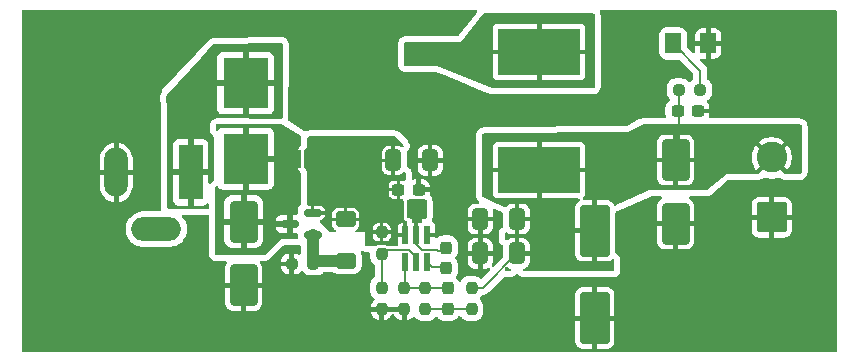
<source format=gbr>
%TF.GenerationSoftware,KiCad,Pcbnew,9.0.5*%
%TF.CreationDate,2025-11-03T21:44:09+01:00*%
%TF.ProjectId,7_4V_battery_replacement,375f3456-5f62-4617-9474-6572795f7265,rev?*%
%TF.SameCoordinates,Original*%
%TF.FileFunction,Copper,L1,Top*%
%TF.FilePolarity,Positive*%
%FSLAX46Y46*%
G04 Gerber Fmt 4.6, Leading zero omitted, Abs format (unit mm)*
G04 Created by KiCad (PCBNEW 9.0.5) date 2025-11-03 21:44:09*
%MOMM*%
%LPD*%
G01*
G04 APERTURE LIST*
G04 Aperture macros list*
%AMRoundRect*
0 Rectangle with rounded corners*
0 $1 Rounding radius*
0 $2 $3 $4 $5 $6 $7 $8 $9 X,Y pos of 4 corners*
0 Add a 4 corners polygon primitive as box body*
4,1,4,$2,$3,$4,$5,$6,$7,$8,$9,$2,$3,0*
0 Add four circle primitives for the rounded corners*
1,1,$1+$1,$2,$3*
1,1,$1+$1,$4,$5*
1,1,$1+$1,$6,$7*
1,1,$1+$1,$8,$9*
0 Add four rect primitives between the rounded corners*
20,1,$1+$1,$2,$3,$4,$5,0*
20,1,$1+$1,$4,$5,$6,$7,0*
20,1,$1+$1,$6,$7,$8,$9,0*
20,1,$1+$1,$8,$9,$2,$3,0*%
%AMFreePoly0*
4,1,23,0.500000,-0.750000,0.000000,-0.750000,0.000000,-0.745722,-0.065263,-0.745722,-0.191342,-0.711940,-0.304381,-0.646677,-0.396677,-0.554381,-0.461940,-0.441342,-0.495722,-0.315263,-0.495722,-0.250000,-0.500000,-0.250000,-0.500000,0.250000,-0.495722,0.250000,-0.495722,0.315263,-0.461940,0.441342,-0.396677,0.554381,-0.304381,0.646677,-0.191342,0.711940,-0.065263,0.745722,0.000000,0.745722,
0.000000,0.750000,0.500000,0.750000,0.500000,-0.750000,0.500000,-0.750000,$1*%
%AMFreePoly1*
4,1,23,0.000000,0.745722,0.065263,0.745722,0.191342,0.711940,0.304381,0.646677,0.396677,0.554381,0.461940,0.441342,0.495722,0.315263,0.495722,0.250000,0.500000,0.250000,0.500000,-0.250000,0.495722,-0.250000,0.495722,-0.315263,0.461940,-0.441342,0.396677,-0.554381,0.304381,-0.646677,0.191342,-0.711940,0.065263,-0.745722,0.000000,-0.745722,0.000000,-0.750000,-0.500000,-0.750000,
-0.500000,0.750000,0.000000,0.750000,0.000000,0.745722,0.000000,0.745722,$1*%
G04 Aperture macros list end*
%TA.AperFunction,ComponentPad*%
%ADD10R,2.000000X4.600000*%
%TD*%
%TA.AperFunction,ComponentPad*%
%ADD11O,2.000000X4.200000*%
%TD*%
%TA.AperFunction,ComponentPad*%
%ADD12O,4.200000X2.000000*%
%TD*%
%TA.AperFunction,SMDPad,CuDef*%
%ADD13RoundRect,0.237500X0.237500X-0.250000X0.237500X0.250000X-0.237500X0.250000X-0.237500X-0.250000X0*%
%TD*%
%TA.AperFunction,SMDPad,CuDef*%
%ADD14RoundRect,0.237500X-0.250000X-0.237500X0.250000X-0.237500X0.250000X0.237500X-0.250000X0.237500X0*%
%TD*%
%TA.AperFunction,SMDPad,CuDef*%
%ADD15RoundRect,0.250000X-1.000000X1.950000X-1.000000X-1.950000X1.000000X-1.950000X1.000000X1.950000X0*%
%TD*%
%TA.AperFunction,SMDPad,CuDef*%
%ADD16RoundRect,0.237500X-0.237500X0.250000X-0.237500X-0.250000X0.237500X-0.250000X0.237500X0.250000X0*%
%TD*%
%TA.AperFunction,ComponentPad*%
%ADD17C,3.600000*%
%TD*%
%TA.AperFunction,ConnectorPad*%
%ADD18C,5.600000*%
%TD*%
%TA.AperFunction,SMDPad,CuDef*%
%ADD19R,7.000000X4.000000*%
%TD*%
%TA.AperFunction,SMDPad,CuDef*%
%ADD20RoundRect,0.250000X0.412500X0.650000X-0.412500X0.650000X-0.412500X-0.650000X0.412500X-0.650000X0*%
%TD*%
%TA.AperFunction,SMDPad,CuDef*%
%ADD21RoundRect,0.250000X-0.900000X1.500000X-0.900000X-1.500000X0.900000X-1.500000X0.900000X1.500000X0*%
%TD*%
%TA.AperFunction,SMDPad,CuDef*%
%ADD22RoundRect,0.237500X-0.300000X-0.237500X0.300000X-0.237500X0.300000X0.237500X-0.300000X0.237500X0*%
%TD*%
%TA.AperFunction,SMDPad,CuDef*%
%ADD23RoundRect,0.237500X0.237500X-0.300000X0.237500X0.300000X-0.237500X0.300000X-0.237500X-0.300000X0*%
%TD*%
%TA.AperFunction,SMDPad,CuDef*%
%ADD24RoundRect,0.250000X-0.600000X0.400000X-0.600000X-0.400000X0.600000X-0.400000X0.600000X0.400000X0*%
%TD*%
%TA.AperFunction,SMDPad,CuDef*%
%ADD25RoundRect,0.250001X0.462499X0.624999X-0.462499X0.624999X-0.462499X-0.624999X0.462499X-0.624999X0*%
%TD*%
%TA.AperFunction,SMDPad,CuDef*%
%ADD26RoundRect,0.073750X-0.221250X0.651250X-0.221250X-0.651250X0.221250X-0.651250X0.221250X0.651250X0*%
%TD*%
%TA.AperFunction,SMDPad,CuDef*%
%ADD27R,3.810000X4.240000*%
%TD*%
%TA.AperFunction,SMDPad,CuDef*%
%ADD28FreePoly0,0.000000*%
%TD*%
%TA.AperFunction,SMDPad,CuDef*%
%ADD29FreePoly1,0.000000*%
%TD*%
%TA.AperFunction,SMDPad,CuDef*%
%ADD30RoundRect,0.237500X0.250000X0.237500X-0.250000X0.237500X-0.250000X-0.237500X0.250000X-0.237500X0*%
%TD*%
%TA.AperFunction,ComponentPad*%
%ADD31RoundRect,0.250000X1.050000X-1.050000X1.050000X1.050000X-1.050000X1.050000X-1.050000X-1.050000X0*%
%TD*%
%TA.AperFunction,ComponentPad*%
%ADD32C,2.600000*%
%TD*%
%TA.AperFunction,SMDPad,CuDef*%
%ADD33RoundRect,0.150000X0.587500X0.150000X-0.587500X0.150000X-0.587500X-0.150000X0.587500X-0.150000X0*%
%TD*%
%TA.AperFunction,SMDPad,CuDef*%
%ADD34RoundRect,0.250000X-0.412500X-0.650000X0.412500X-0.650000X0.412500X0.650000X-0.412500X0.650000X0*%
%TD*%
%TA.AperFunction,ViaPad*%
%ADD35C,0.600000*%
%TD*%
%TA.AperFunction,Conductor*%
%ADD36C,0.200000*%
%TD*%
%TA.AperFunction,Conductor*%
%ADD37C,1.000000*%
%TD*%
G04 APERTURE END LIST*
D10*
%TO.P,J1,1*%
%TO.N,Net-(F1-Pad1)*%
X109805000Y-89281000D03*
D11*
%TO.P,J1,2*%
%TO.N,GND*%
X103505000Y-89281000D03*
D12*
%TO.P,J1,3*%
%TO.N,unconnected-(J1-Pad3)*%
X106905000Y-94081000D03*
%TD*%
D13*
%TO.P,R5,1*%
%TO.N,Net-(C6-Pad1)*%
X129667000Y-100861500D03*
%TO.P,R5,2*%
%TO.N,/FB_*%
X129667000Y-99036500D03*
%TD*%
D14*
%TO.P,R7,1*%
%TO.N,+8.5V*%
X151130000Y-82296000D03*
%TO.P,R7,2*%
%TO.N,Net-(D4-A)*%
X152955000Y-82296000D03*
%TD*%
D15*
%TO.P,C8,1*%
%TO.N,+8.5V*%
X144018000Y-94217000D03*
%TO.P,C8,2*%
%TO.N,GND*%
X144018000Y-101617000D03*
%TD*%
D16*
%TO.P,R2,1*%
%TO.N,Net-(U1-EN)*%
X125984000Y-99036500D03*
%TO.P,R2,2*%
%TO.N,GND*%
X125984000Y-100861500D03*
%TD*%
%TO.P,R6,1*%
%TO.N,/FB_*%
X127889000Y-99036500D03*
%TO.P,R6,2*%
%TO.N,GND*%
X127889000Y-100861500D03*
%TD*%
%TO.P,R3,1*%
%TO.N,VDD*%
X125984000Y-94337500D03*
%TO.P,R3,2*%
%TO.N,Net-(U1-EN)*%
X125984000Y-96162500D03*
%TD*%
D17*
%TO.P,H4,1,1*%
%TO.N,GND*%
X100000000Y-80000000D03*
D18*
X100000000Y-80000000D03*
%TD*%
D19*
%TO.P,L1,1,1*%
%TO.N,Net-(U1-SW)*%
X139319000Y-79074000D03*
%TO.P,L1,2,2*%
%TO.N,+8.5V*%
X139319000Y-89074000D03*
%TD*%
D20*
%TO.P,C4,1*%
%TO.N,+8.5V*%
X137452500Y-96139000D03*
%TO.P,C4,2*%
%TO.N,GND*%
X134327500Y-96139000D03*
%TD*%
D21*
%TO.P,D1,1,A1*%
%TO.N,+8.5V*%
X150876000Y-88232000D03*
%TO.P,D1,2,A2*%
%TO.N,GND*%
X150876000Y-93632000D03*
%TD*%
D22*
%TO.P,C2,1*%
%TO.N,VDD*%
X127407500Y-90744000D03*
%TO.P,C2,2*%
%TO.N,GND*%
X129132500Y-90744000D03*
%TD*%
D23*
%TO.P,C6,1*%
%TO.N,Net-(C6-Pad1)*%
X131572000Y-100811500D03*
%TO.P,C6,2*%
%TO.N,/FB_*%
X131572000Y-99086500D03*
%TD*%
D21*
%TO.P,D2,1,A1*%
%TO.N,Net-(D2-A1)*%
X114300000Y-93446000D03*
%TO.P,D2,2,A2*%
%TO.N,GND*%
X114300000Y-98846000D03*
%TD*%
D24*
%TO.P,D3,1,K*%
%TO.N,VDD*%
X122936000Y-93246000D03*
%TO.P,D3,2,A*%
%TO.N,Net-(D3-A)*%
X122936000Y-96746000D03*
%TD*%
D17*
%TO.P,H1,1,1*%
%TO.N,GND*%
X100000000Y-100000000D03*
D18*
X100000000Y-100000000D03*
%TD*%
D25*
%TO.P,D4,1,K*%
%TO.N,GND*%
X153633500Y-78359000D03*
%TO.P,D4,2,A*%
%TO.N,Net-(D4-A)*%
X150658500Y-78359000D03*
%TD*%
D26*
%TO.P,U1,1,GND*%
%TO.N,GND*%
X129838000Y-94589000D03*
%TO.P,U1,2,SW*%
%TO.N,Net-(U1-SW)*%
X128888000Y-94589000D03*
%TO.P,U1,3,VIN*%
%TO.N,VDD*%
X127938000Y-94589000D03*
%TO.P,U1,4,FB*%
%TO.N,/FB_*%
X127938000Y-96899000D03*
%TO.P,U1,5,EN*%
%TO.N,Net-(U1-EN)*%
X128888000Y-96899000D03*
%TO.P,U1,6,BOOT*%
%TO.N,Net-(U1-BOOT)*%
X129838000Y-96899000D03*
%TD*%
D17*
%TO.P,H3,1,1*%
%TO.N,GND*%
X160000000Y-80000000D03*
D18*
X160000000Y-80000000D03*
%TD*%
D27*
%TO.P,F1,1*%
%TO.N,Net-(F1-Pad1)*%
X114469097Y-81737668D03*
%TO.P,F1,2*%
%TO.N,Net-(D2-A1)*%
X114469097Y-88107668D03*
%TD*%
D17*
%TO.P,H2,1,1*%
%TO.N,GND*%
X160000000Y-100000000D03*
D18*
X160000000Y-100000000D03*
%TD*%
D28*
%TO.P,JP1,1,A*%
%TO.N,Net-(D2-A1)*%
X118638560Y-88138000D03*
D29*
%TO.P,JP1,2,B*%
%TO.N,VDD*%
X119938560Y-88138000D03*
%TD*%
D30*
%TO.P,R1,1*%
%TO.N,Net-(D3-A)*%
X120201060Y-97028000D03*
%TO.P,R1,2*%
%TO.N,GND*%
X118376060Y-97028000D03*
%TD*%
D23*
%TO.P,C3,1*%
%TO.N,Net-(U1-BOOT)*%
X131445000Y-97382500D03*
%TO.P,C3,2*%
%TO.N,Net-(U1-SW)*%
X131445000Y-95657500D03*
%TD*%
D20*
%TO.P,C5,1*%
%TO.N,+8.5V*%
X137452500Y-93218000D03*
%TO.P,C5,2*%
%TO.N,GND*%
X134327500Y-93218000D03*
%TD*%
D31*
%TO.P,J2,1,Pin_1*%
%TO.N,GND*%
X159004000Y-93091000D03*
D32*
%TO.P,J2,2,Pin_2*%
%TO.N,+8.5V*%
X159004000Y-88011000D03*
%TD*%
D33*
%TO.P,Q2,1,G*%
%TO.N,Net-(D3-A)*%
X120130060Y-94596000D03*
%TO.P,Q2,2,S*%
%TO.N,VDD*%
X120130060Y-92696000D03*
%TO.P,Q2,3,D*%
%TO.N,Net-(D2-A1)*%
X118255060Y-93646000D03*
%TD*%
D34*
%TO.P,C1,1*%
%TO.N,VDD*%
X126961500Y-88265000D03*
%TO.P,C1,2*%
%TO.N,GND*%
X130086500Y-88265000D03*
%TD*%
D22*
%TO.P,C7,1*%
%TO.N,+8.5V*%
X151053000Y-84074000D03*
%TO.P,C7,2*%
%TO.N,GND*%
X152778000Y-84074000D03*
%TD*%
D16*
%TO.P,R4,1*%
%TO.N,+8.5V*%
X133604000Y-99036500D03*
%TO.P,R4,2*%
%TO.N,Net-(C6-Pad1)*%
X133604000Y-100861500D03*
%TD*%
D35*
%TO.N,GND*%
X109640414Y-77097195D03*
X127889000Y-76581000D03*
X135763000Y-100457000D03*
X131191000Y-76454000D03*
X96393000Y-83185000D03*
X103378000Y-76708000D03*
X132461000Y-102616000D03*
X106553000Y-78105000D03*
X122174000Y-80010000D03*
X113792000Y-102489000D03*
X121158000Y-102489000D03*
X131445000Y-91059000D03*
X135763000Y-102489000D03*
X106553000Y-82423000D03*
X96520000Y-76708000D03*
X108204000Y-97663000D03*
X97663000Y-91440000D03*
X162941000Y-93472000D03*
X108204000Y-102489000D03*
X108888868Y-79783972D03*
X118038941Y-76683844D03*
X151511000Y-98425000D03*
X147320000Y-77216000D03*
X163068000Y-76835000D03*
X122301000Y-82804000D03*
X105664000Y-102489000D03*
X103251000Y-96266000D03*
X120015000Y-82804000D03*
X162814000Y-103378000D03*
X155575000Y-83185000D03*
X131826000Y-89662000D03*
X148590000Y-103251000D03*
X155956000Y-98425000D03*
X124714000Y-80010000D03*
X121412000Y-98552000D03*
X103124000Y-103632000D03*
X124714000Y-77978000D03*
X123317000Y-102489000D03*
X162814000Y-96393000D03*
X132461000Y-93345000D03*
X155829000Y-100965000D03*
X108204000Y-99949000D03*
X156083000Y-96393000D03*
X112395000Y-76200000D03*
X155575000Y-81407000D03*
X99822000Y-91440000D03*
X162941000Y-91694000D03*
X106553000Y-80264000D03*
X117475000Y-100203000D03*
X115126700Y-77022040D03*
X156845000Y-76708000D03*
X155702000Y-103378000D03*
X122047000Y-100203000D03*
X105664000Y-100076000D03*
X122301000Y-77978000D03*
X119761000Y-100203000D03*
X99949000Y-89027000D03*
X116332000Y-102489000D03*
X124714000Y-82804000D03*
X131953000Y-83820000D03*
X118745000Y-102489000D03*
X105410000Y-97663000D03*
X125984000Y-102616000D03*
X153416000Y-102362000D03*
X99822000Y-86487000D03*
X110744000Y-102489000D03*
X138176000Y-100330000D03*
X97663000Y-89154000D03*
X96647000Y-103505000D03*
X97790000Y-86487000D03*
X147447000Y-80010000D03*
X103124000Y-83312000D03*
X131445000Y-93345000D03*
X119761000Y-78105000D03*
X147193000Y-82423000D03*
X132461000Y-94361000D03*
X96647000Y-96139000D03*
X153543000Y-99822000D03*
X138176000Y-102489000D03*
X119761000Y-80264000D03*
X131826000Y-86487000D03*
X153670000Y-97536000D03*
X151384000Y-103251000D03*
X131445000Y-94361000D03*
%TO.N,Net-(U1-SW)*%
X129413000Y-79629000D03*
X129388000Y-92075000D03*
X128638000Y-92075000D03*
X129413000Y-78867000D03*
X128651000Y-92837000D03*
X128651000Y-78867000D03*
X128651000Y-79629000D03*
X129413000Y-92837000D03*
%TD*%
D36*
%TO.N,Net-(U1-SW)*%
X129401000Y-95873000D02*
X128888000Y-95360000D01*
X130736000Y-95911500D02*
X130697500Y-95873000D01*
X130697500Y-95873000D02*
X129401000Y-95873000D01*
X128888000Y-95360000D02*
X128888000Y-94589000D01*
X131826000Y-95911500D02*
X130736000Y-95911500D01*
%TO.N,Net-(U1-BOOT)*%
X130247500Y-97308500D02*
X131498000Y-97308500D01*
X131498000Y-97308500D02*
X131826000Y-97636500D01*
X129838000Y-96899000D02*
X130247500Y-97308500D01*
%TO.N,+8.5V*%
X133604000Y-99036500D02*
X134555000Y-99036500D01*
X151130000Y-83997000D02*
X151053000Y-84074000D01*
X151130000Y-82296000D02*
X151130000Y-83997000D01*
X134555000Y-99036500D02*
X137452500Y-96139000D01*
X151130000Y-84151000D02*
X151053000Y-84074000D01*
X151130000Y-88232000D02*
X151130000Y-84151000D01*
%TO.N,/FB_*%
X127889000Y-99036500D02*
X129667000Y-99036500D01*
X127938000Y-98987500D02*
X127889000Y-99036500D01*
X127938000Y-96899000D02*
X127938000Y-98987500D01*
X129667000Y-99036500D02*
X131522000Y-99036500D01*
X131522000Y-99036500D02*
X131572000Y-99086500D01*
%TO.N,Net-(C6-Pad1)*%
X131725500Y-100811500D02*
X131775500Y-100861500D01*
X131775500Y-100861500D02*
X133604000Y-100861500D01*
X131522000Y-100861500D02*
X131572000Y-100811500D01*
X131572000Y-100811500D02*
X131725500Y-100811500D01*
X129667000Y-100861500D02*
X131522000Y-100861500D01*
D37*
%TO.N,Net-(D3-A)*%
X122936000Y-96746000D02*
X120483060Y-96746000D01*
D36*
X120130060Y-96957000D02*
X120201060Y-97028000D01*
X120483060Y-96746000D02*
X120201060Y-97028000D01*
D37*
X120130060Y-94596000D02*
X120130060Y-96957000D01*
D36*
%TO.N,Net-(D4-A)*%
X152955000Y-82296000D02*
X152955000Y-80655500D01*
X152955000Y-80655500D02*
X150658500Y-78359000D01*
%TO.N,Net-(U1-EN)*%
X125984000Y-99036500D02*
X125984000Y-96162500D01*
X128888000Y-96899000D02*
X128888000Y-96444480D01*
X128316520Y-95873000D02*
X126273500Y-95873000D01*
X128888000Y-96444480D02*
X128316520Y-95873000D01*
X126273500Y-95873000D02*
X125984000Y-96162500D01*
%TD*%
%TA.AperFunction,Conductor*%
%TO.N,Net-(U1-SW)*%
G36*
X143961039Y-75838685D02*
G01*
X144006794Y-75891489D01*
X144018000Y-75943000D01*
X144018000Y-82045000D01*
X143998315Y-82112039D01*
X143945511Y-82157794D01*
X143894000Y-82169000D01*
X135383199Y-82169000D01*
X135336414Y-82159835D01*
X132748450Y-81105479D01*
X135419001Y-81105479D01*
X135433835Y-81199149D01*
X135433837Y-81199155D01*
X135491356Y-81312041D01*
X135491363Y-81312050D01*
X135580949Y-81401636D01*
X135580953Y-81401639D01*
X135693855Y-81459166D01*
X135787514Y-81473999D01*
X139118999Y-81473999D01*
X139519000Y-81473999D01*
X142850479Y-81473999D01*
X142944149Y-81459164D01*
X142944155Y-81459162D01*
X143057041Y-81401643D01*
X143057050Y-81401636D01*
X143146636Y-81312050D01*
X143146639Y-81312046D01*
X143204166Y-81199144D01*
X143219000Y-81105486D01*
X143219000Y-79274000D01*
X139519000Y-79274000D01*
X139519000Y-81473999D01*
X139118999Y-81473999D01*
X139119000Y-81473998D01*
X139119000Y-79274000D01*
X135419001Y-79274000D01*
X135419001Y-81105479D01*
X132748450Y-81105479D01*
X130683004Y-80264001D01*
X130683001Y-80264000D01*
X130683000Y-80264000D01*
X130682998Y-80264000D01*
X128013000Y-80264000D01*
X127945961Y-80244315D01*
X127900206Y-80191511D01*
X127889000Y-80140000D01*
X127889000Y-78356000D01*
X127908685Y-78288961D01*
X127961489Y-78243206D01*
X128013000Y-78232000D01*
X132715000Y-78232000D01*
X133649596Y-77042513D01*
X135419000Y-77042513D01*
X135419000Y-78874000D01*
X139119000Y-78874000D01*
X139519000Y-78874000D01*
X143218999Y-78874000D01*
X143218999Y-77042520D01*
X143204164Y-76948850D01*
X143204162Y-76948844D01*
X143146643Y-76835958D01*
X143146636Y-76835949D01*
X143057050Y-76746363D01*
X143057046Y-76746360D01*
X142944144Y-76688833D01*
X142850486Y-76674000D01*
X139519000Y-76674000D01*
X139519000Y-78874000D01*
X139119000Y-78874000D01*
X139119000Y-76674000D01*
X135787520Y-76674000D01*
X135693850Y-76688835D01*
X135693844Y-76688837D01*
X135580958Y-76746356D01*
X135580949Y-76746363D01*
X135491363Y-76835949D01*
X135491360Y-76835953D01*
X135433833Y-76948855D01*
X135419000Y-77042513D01*
X133649596Y-77042513D01*
X134573694Y-75866388D01*
X134630589Y-75825837D01*
X134671196Y-75819000D01*
X143894000Y-75819000D01*
X143961039Y-75838685D01*
G37*
%TD.AperFunction*%
%TD*%
%TA.AperFunction,Conductor*%
%TO.N,VDD*%
G36*
X127201271Y-86252685D02*
G01*
X127227552Y-86275345D01*
X127826457Y-86959808D01*
X127855788Y-87023223D01*
X127846179Y-87092429D01*
X127800680Y-87145453D01*
X127733736Y-87165462D01*
X127666602Y-87146101D01*
X127658213Y-87140268D01*
X127646097Y-87131080D01*
X127505443Y-87075613D01*
X127417054Y-87065000D01*
X127111500Y-87065000D01*
X127111500Y-89465000D01*
X127417054Y-89465000D01*
X127505443Y-89454386D01*
X127646095Y-89398920D01*
X127766566Y-89307563D01*
X127793196Y-89272447D01*
X127849388Y-89230924D01*
X127919109Y-89226372D01*
X127980223Y-89260236D01*
X128013327Y-89321766D01*
X128016000Y-89347372D01*
X128016000Y-89868180D01*
X127996315Y-89935219D01*
X127943511Y-89980974D01*
X127874353Y-89990918D01*
X127846511Y-89983535D01*
X127835956Y-89979373D01*
X127749572Y-89969000D01*
X127557500Y-89969000D01*
X127557500Y-91519000D01*
X127719127Y-91519000D01*
X127786166Y-91538685D01*
X127831921Y-91591489D01*
X127841864Y-91660644D01*
X127837500Y-91691000D01*
X127837500Y-91691004D01*
X127837500Y-93001621D01*
X127837934Y-93017897D01*
X127838637Y-93031092D01*
X127838638Y-93031095D01*
X127861403Y-93131598D01*
X127861404Y-93131602D01*
X127861405Y-93131606D01*
X127861406Y-93131607D01*
X127881455Y-93180072D01*
X127888116Y-93196172D01*
X127888118Y-93196177D01*
X127917212Y-93250326D01*
X127917213Y-93250327D01*
X127996061Y-93330248D01*
X127996071Y-93330256D01*
X128053427Y-93370119D01*
X128057239Y-93372383D01*
X128056499Y-93373627D01*
X128103052Y-93416986D01*
X128120318Y-93484689D01*
X128098240Y-93550979D01*
X128088000Y-93563230D01*
X128088000Y-94465000D01*
X128085449Y-94473685D01*
X128086738Y-94482647D01*
X128075759Y-94506687D01*
X128068315Y-94532039D01*
X128061474Y-94537966D01*
X128057713Y-94546203D01*
X128035478Y-94560492D01*
X128015511Y-94577794D01*
X128004996Y-94580081D01*
X127998935Y-94583977D01*
X127964000Y-94589000D01*
X127938000Y-94589000D01*
X127938000Y-94615000D01*
X127918315Y-94682039D01*
X127865511Y-94727794D01*
X127814000Y-94739000D01*
X127343000Y-94739000D01*
X127343000Y-95275720D01*
X127353584Y-95348368D01*
X127356428Y-95357571D01*
X127354470Y-95358175D01*
X127357610Y-95380013D01*
X127363228Y-95412910D01*
X127362564Y-95414469D01*
X127362806Y-95416147D01*
X127348943Y-95446501D01*
X127335886Y-95477208D01*
X127334485Y-95478161D01*
X127333781Y-95479703D01*
X127305698Y-95497750D01*
X127278122Y-95516516D01*
X127275972Y-95516854D01*
X127275003Y-95517477D01*
X127240068Y-95522500D01*
X127196862Y-95522500D01*
X127133859Y-95504000D01*
X127127000Y-95504000D01*
X126531393Y-95504000D01*
X126464354Y-95484315D01*
X126458032Y-95479926D01*
X126457783Y-95479791D01*
X126457781Y-95479790D01*
X126457778Y-95479788D01*
X126387881Y-95453717D01*
X126326299Y-95430748D01*
X126268190Y-95424500D01*
X126268174Y-95424500D01*
X125699826Y-95424500D01*
X125699809Y-95424500D01*
X125641700Y-95430748D01*
X125557149Y-95462285D01*
X125510222Y-95479788D01*
X125510219Y-95479789D01*
X125510216Y-95479791D01*
X125502434Y-95484040D01*
X125501704Y-95482703D01*
X125445453Y-95503684D01*
X125436607Y-95504000D01*
X124711000Y-95504000D01*
X124643961Y-95484315D01*
X124598206Y-95431511D01*
X124587000Y-95380000D01*
X124587000Y-94629571D01*
X125209000Y-94629571D01*
X125219373Y-94715958D01*
X125273576Y-94853407D01*
X125273579Y-94853413D01*
X125362856Y-94971143D01*
X125480586Y-95060420D01*
X125480592Y-95060423D01*
X125618041Y-95114626D01*
X125704428Y-95125000D01*
X125834000Y-95125000D01*
X126134000Y-95125000D01*
X126263572Y-95125000D01*
X126349958Y-95114626D01*
X126487407Y-95060423D01*
X126487413Y-95060420D01*
X126605143Y-94971143D01*
X126694420Y-94853413D01*
X126694423Y-94853407D01*
X126748626Y-94715958D01*
X126759000Y-94629571D01*
X126759000Y-94487500D01*
X126134000Y-94487500D01*
X126134000Y-95125000D01*
X125834000Y-95125000D01*
X125834000Y-94487500D01*
X125209000Y-94487500D01*
X125209000Y-94629571D01*
X124587000Y-94629571D01*
X124587000Y-94361000D01*
X123870660Y-94361000D01*
X123803621Y-94341315D01*
X123757866Y-94288511D01*
X123747922Y-94219353D01*
X123776947Y-94155797D01*
X123801732Y-94135568D01*
X123801336Y-94135046D01*
X123919513Y-94045428D01*
X125209000Y-94045428D01*
X125209000Y-94187500D01*
X125834000Y-94187500D01*
X126134000Y-94187500D01*
X126759000Y-94187500D01*
X126759000Y-94045428D01*
X126748626Y-93959041D01*
X126726242Y-93902279D01*
X127343000Y-93902279D01*
X127343000Y-94439000D01*
X127788000Y-94439000D01*
X127788000Y-93564000D01*
X127681279Y-93564000D01*
X127608632Y-93574584D01*
X127496567Y-93629369D01*
X127408369Y-93717567D01*
X127353584Y-93829632D01*
X127343000Y-93902279D01*
X126726242Y-93902279D01*
X126694423Y-93821592D01*
X126694420Y-93821586D01*
X126605143Y-93703856D01*
X126487413Y-93614579D01*
X126487407Y-93614576D01*
X126349958Y-93560373D01*
X126263572Y-93550000D01*
X126134000Y-93550000D01*
X126134000Y-94187500D01*
X125834000Y-94187500D01*
X125834000Y-93550000D01*
X125704428Y-93550000D01*
X125618041Y-93560373D01*
X125480592Y-93614576D01*
X125480586Y-93614579D01*
X125362856Y-93703856D01*
X125273579Y-93821586D01*
X125273576Y-93821592D01*
X125219373Y-93959041D01*
X125209000Y-94045428D01*
X123919513Y-94045428D01*
X123928564Y-94038564D01*
X123982994Y-93966790D01*
X123982995Y-93966788D01*
X124019919Y-93918097D01*
X124075386Y-93777443D01*
X124086000Y-93689053D01*
X124086000Y-93396000D01*
X121786000Y-93396000D01*
X121786000Y-93689053D01*
X121796613Y-93777443D01*
X121852079Y-93918095D01*
X121943435Y-94038564D01*
X122070664Y-94135046D01*
X122069540Y-94136526D01*
X122110903Y-94178931D01*
X122124904Y-94247384D01*
X122099675Y-94312539D01*
X122043225Y-94353712D01*
X122001340Y-94361000D01*
X121717362Y-94361000D01*
X121650323Y-94341315D01*
X121629681Y-94324681D01*
X120790576Y-93485576D01*
X120757091Y-93424253D01*
X120762075Y-93354561D01*
X120803947Y-93298628D01*
X120837304Y-93280853D01*
X120930203Y-93248347D01*
X120930205Y-93248346D01*
X121039352Y-93167792D01*
X121119906Y-93058645D01*
X121164709Y-92930604D01*
X121164709Y-92930600D01*
X121167560Y-92900206D01*
X121167560Y-92846000D01*
X120254060Y-92846000D01*
X120245374Y-92843449D01*
X120236413Y-92844738D01*
X120212372Y-92833759D01*
X120187021Y-92826315D01*
X120181093Y-92819474D01*
X120172857Y-92815713D01*
X120164652Y-92802946D01*
X121786000Y-92802946D01*
X121786000Y-93096000D01*
X122786000Y-93096000D01*
X123086000Y-93096000D01*
X124086000Y-93096000D01*
X124086000Y-92802946D01*
X124075386Y-92714556D01*
X124019920Y-92573904D01*
X123928564Y-92453435D01*
X123808095Y-92362079D01*
X123667443Y-92306613D01*
X123579054Y-92296000D01*
X123086000Y-92296000D01*
X123086000Y-93096000D01*
X122786000Y-93096000D01*
X122786000Y-92296000D01*
X122292946Y-92296000D01*
X122204556Y-92306613D01*
X122063904Y-92362079D01*
X121943435Y-92453435D01*
X121852079Y-92573904D01*
X121796613Y-92714556D01*
X121786000Y-92802946D01*
X120164652Y-92802946D01*
X120158567Y-92793478D01*
X120141266Y-92773511D01*
X120138978Y-92762996D01*
X120135083Y-92756935D01*
X120130060Y-92722000D01*
X120130060Y-92696000D01*
X120104060Y-92696000D01*
X120037021Y-92676315D01*
X119991266Y-92623511D01*
X119980060Y-92572000D01*
X119980060Y-92546000D01*
X120280060Y-92546000D01*
X121167559Y-92546000D01*
X121167559Y-92491803D01*
X121164708Y-92461393D01*
X121119906Y-92333354D01*
X121039352Y-92224207D01*
X120930205Y-92143653D01*
X120802162Y-92098850D01*
X120771767Y-92096000D01*
X120280060Y-92096000D01*
X120280060Y-92546000D01*
X119980060Y-92546000D01*
X119980060Y-92096000D01*
X119803097Y-92096000D01*
X119736058Y-92076315D01*
X119690303Y-92023511D01*
X119680359Y-91954353D01*
X119680374Y-91954244D01*
X119682049Y-91942880D01*
X119685238Y-91023571D01*
X126570000Y-91023571D01*
X126580373Y-91109958D01*
X126634576Y-91247407D01*
X126634579Y-91247413D01*
X126723856Y-91365143D01*
X126841586Y-91454420D01*
X126841592Y-91454423D01*
X126979041Y-91508626D01*
X127065428Y-91519000D01*
X127257500Y-91519000D01*
X127257500Y-90894000D01*
X126570000Y-90894000D01*
X126570000Y-91023571D01*
X119685238Y-91023571D01*
X119686728Y-90594000D01*
X119687178Y-90464428D01*
X126570000Y-90464428D01*
X126570000Y-90594000D01*
X127257500Y-90594000D01*
X127257500Y-89969000D01*
X127065428Y-89969000D01*
X126979041Y-89979373D01*
X126841592Y-90033576D01*
X126841586Y-90033579D01*
X126723856Y-90122856D01*
X126634579Y-90240586D01*
X126634576Y-90240592D01*
X126580373Y-90378041D01*
X126570000Y-90464428D01*
X119687178Y-90464428D01*
X119687192Y-90460286D01*
X119690906Y-89389524D01*
X119690906Y-89389521D01*
X119685888Y-89316696D01*
X119680866Y-89281332D01*
X119665413Y-89209996D01*
X119605645Y-89079117D01*
X119567872Y-89020339D01*
X119567870Y-89020335D01*
X119513903Y-88958053D01*
X125999000Y-88958053D01*
X126009613Y-89046443D01*
X126065079Y-89187095D01*
X126156435Y-89307564D01*
X126276904Y-89398920D01*
X126417556Y-89454386D01*
X126505946Y-89465000D01*
X126811500Y-89465000D01*
X126811500Y-88415000D01*
X125999000Y-88415000D01*
X125999000Y-88958053D01*
X119513903Y-88958053D01*
X119473649Y-88911597D01*
X119472266Y-88910398D01*
X119467917Y-88905261D01*
X119455765Y-88877818D01*
X119441387Y-88851471D01*
X119440519Y-88843389D01*
X119439627Y-88841375D01*
X119440026Y-88838804D01*
X119438560Y-88825145D01*
X119438560Y-87571946D01*
X125999000Y-87571946D01*
X125999000Y-88115000D01*
X126811500Y-88115000D01*
X126811500Y-87065000D01*
X126505946Y-87065000D01*
X126417556Y-87075613D01*
X126276904Y-87131079D01*
X126156435Y-87222435D01*
X126065079Y-87342904D01*
X126009613Y-87483556D01*
X125999000Y-87571946D01*
X119438560Y-87571946D01*
X119438560Y-87448956D01*
X119458245Y-87381917D01*
X119484838Y-87352337D01*
X119485048Y-87352168D01*
X119493969Y-87344992D01*
X119531008Y-87308080D01*
X119598483Y-87224791D01*
X119658707Y-87094121D01*
X119678624Y-87027150D01*
X119699594Y-86884807D01*
X119699645Y-86869832D01*
X119701428Y-86356570D01*
X119721345Y-86289599D01*
X119774307Y-86244028D01*
X119825427Y-86233000D01*
X127134232Y-86233000D01*
X127201271Y-86252685D01*
G37*
%TD.AperFunction*%
%TD*%
%TA.AperFunction,Conductor*%
%TO.N,Net-(D2-A1)*%
G36*
X117558391Y-85221765D02*
G01*
X117625132Y-85241458D01*
X119139106Y-86214684D01*
X119184854Y-86267493D01*
X119196053Y-86319421D01*
X119194097Y-86883053D01*
X119174180Y-86950024D01*
X119137141Y-86986936D01*
X119107531Y-87005966D01*
X119107525Y-87005971D01*
X119013310Y-87114700D01*
X119013304Y-87114709D01*
X118953536Y-87245580D01*
X118953535Y-87245585D01*
X118933060Y-87387999D01*
X118933060Y-88888002D01*
X118938204Y-88959940D01*
X118978742Y-89097994D01*
X119056527Y-89219030D01*
X119142614Y-89293626D01*
X119180387Y-89352404D01*
X119185409Y-89387768D01*
X119176552Y-91941127D01*
X119156635Y-92008098D01*
X119140235Y-92028378D01*
X119024480Y-92144133D01*
X119024477Y-92144137D01*
X118940815Y-92285603D01*
X118940814Y-92285606D01*
X118894962Y-92443426D01*
X118894961Y-92443432D01*
X118892060Y-92480298D01*
X118892060Y-92722000D01*
X118872375Y-92789039D01*
X118819571Y-92834794D01*
X118768060Y-92846000D01*
X118505060Y-92846000D01*
X118505060Y-94446000D01*
X118768060Y-94446000D01*
X118776745Y-94448550D01*
X118785707Y-94447262D01*
X118809747Y-94458240D01*
X118835099Y-94465685D01*
X118841026Y-94472525D01*
X118849263Y-94476287D01*
X118863552Y-94498521D01*
X118880854Y-94518489D01*
X118883141Y-94529003D01*
X118887037Y-94535065D01*
X118892060Y-94570000D01*
X118892060Y-94789255D01*
X118872375Y-94856294D01*
X118819571Y-94902049D01*
X118769438Y-94913247D01*
X117476083Y-94927624D01*
X117476081Y-94927625D01*
X116196598Y-96207109D01*
X116135275Y-96240594D01*
X116110367Y-96243420D01*
X112003083Y-96291459D01*
X111935818Y-96272559D01*
X111889449Y-96220294D01*
X111877634Y-96166909D01*
X111882926Y-94995986D01*
X112650001Y-94995986D01*
X112660494Y-95098697D01*
X112715641Y-95265119D01*
X112715643Y-95265124D01*
X112807684Y-95414345D01*
X112931654Y-95538315D01*
X113080875Y-95630356D01*
X113080880Y-95630358D01*
X113247302Y-95685505D01*
X113247309Y-95685506D01*
X113350019Y-95695999D01*
X114049999Y-95695999D01*
X114550000Y-95695999D01*
X115249972Y-95695999D01*
X115249986Y-95695998D01*
X115352697Y-95685505D01*
X115519119Y-95630358D01*
X115519124Y-95630356D01*
X115668345Y-95538315D01*
X115792315Y-95414345D01*
X115884356Y-95265124D01*
X115884358Y-95265119D01*
X115939505Y-95098697D01*
X115939506Y-95098690D01*
X115949999Y-94995986D01*
X115950000Y-94995973D01*
X115950000Y-93896001D01*
X117020264Y-93896001D01*
X117020459Y-93898486D01*
X117066278Y-94056198D01*
X117149874Y-94197552D01*
X117149881Y-94197561D01*
X117265998Y-94313678D01*
X117266007Y-94313685D01*
X117407363Y-94397282D01*
X117407366Y-94397283D01*
X117565064Y-94443099D01*
X117565070Y-94443100D01*
X117601910Y-94445999D01*
X117601926Y-94446000D01*
X118005060Y-94446000D01*
X118005060Y-93896000D01*
X117020265Y-93896000D01*
X117020264Y-93896001D01*
X115950000Y-93896001D01*
X115950000Y-93696000D01*
X114550000Y-93696000D01*
X114550000Y-95695999D01*
X114049999Y-95695999D01*
X114050000Y-95695998D01*
X114050000Y-93696000D01*
X112650001Y-93696000D01*
X112650001Y-94995986D01*
X111882926Y-94995986D01*
X111890158Y-93395998D01*
X117020264Y-93395998D01*
X117020265Y-93396000D01*
X118005060Y-93396000D01*
X118005060Y-92846000D01*
X117601910Y-92846000D01*
X117565070Y-92848899D01*
X117565064Y-92848900D01*
X117407366Y-92894716D01*
X117407363Y-92894717D01*
X117266007Y-92978314D01*
X117265998Y-92978321D01*
X117149881Y-93094438D01*
X117149874Y-93094447D01*
X117066278Y-93235801D01*
X117020459Y-93393513D01*
X117020264Y-93395998D01*
X111890158Y-93395998D01*
X111896938Y-91896013D01*
X112650000Y-91896013D01*
X112650000Y-93196000D01*
X114050000Y-93196000D01*
X114550000Y-93196000D01*
X115949999Y-93196000D01*
X115949999Y-91896028D01*
X115949998Y-91896013D01*
X115939505Y-91793302D01*
X115884358Y-91626880D01*
X115884356Y-91626875D01*
X115792315Y-91477654D01*
X115668345Y-91353684D01*
X115519124Y-91261643D01*
X115519119Y-91261641D01*
X115352697Y-91206494D01*
X115352690Y-91206493D01*
X115249986Y-91196000D01*
X114550000Y-91196000D01*
X114550000Y-93196000D01*
X114050000Y-93196000D01*
X114050000Y-91196000D01*
X113350028Y-91196000D01*
X113350012Y-91196001D01*
X113247302Y-91206494D01*
X113080880Y-91261641D01*
X113080875Y-91261643D01*
X112931654Y-91353684D01*
X112807684Y-91477654D01*
X112715643Y-91626875D01*
X112715641Y-91626880D01*
X112660494Y-91793302D01*
X112660493Y-91793309D01*
X112650000Y-91896013D01*
X111896938Y-91896013D01*
X111903018Y-90550907D01*
X111923006Y-90483958D01*
X111976016Y-90438442D01*
X112045219Y-90428811D01*
X112108642Y-90458123D01*
X112126283Y-90477157D01*
X112206906Y-90584855D01*
X112206909Y-90584858D01*
X112322003Y-90671018D01*
X112322010Y-90671022D01*
X112456717Y-90721264D01*
X112456724Y-90721266D01*
X112516252Y-90727667D01*
X112516269Y-90727668D01*
X114219097Y-90727668D01*
X114719097Y-90727668D01*
X116421925Y-90727668D01*
X116421941Y-90727667D01*
X116481469Y-90721266D01*
X116481476Y-90721264D01*
X116616183Y-90671022D01*
X116616190Y-90671018D01*
X116731284Y-90584858D01*
X116731287Y-90584855D01*
X116817447Y-90469761D01*
X116817451Y-90469754D01*
X116867693Y-90335047D01*
X116867695Y-90335040D01*
X116874096Y-90275512D01*
X116874097Y-90275495D01*
X116874097Y-88357668D01*
X114719097Y-88357668D01*
X114719097Y-90727668D01*
X114219097Y-90727668D01*
X114219097Y-87857668D01*
X114719097Y-87857668D01*
X116874097Y-87857668D01*
X116874097Y-85939840D01*
X116874096Y-85939823D01*
X116867695Y-85880295D01*
X116867693Y-85880288D01*
X116817451Y-85745581D01*
X116817447Y-85745574D01*
X116731287Y-85630480D01*
X116731284Y-85630477D01*
X116616190Y-85544317D01*
X116616183Y-85544313D01*
X116481476Y-85494071D01*
X116481469Y-85494069D01*
X116421941Y-85487668D01*
X114719097Y-85487668D01*
X114719097Y-87857668D01*
X114219097Y-87857668D01*
X114219097Y-85487668D01*
X112516252Y-85487668D01*
X112456724Y-85494069D01*
X112456717Y-85494071D01*
X112322010Y-85544313D01*
X112322003Y-85544317D01*
X112206909Y-85630477D01*
X112148508Y-85708490D01*
X112092574Y-85750360D01*
X112022882Y-85755344D01*
X111961559Y-85721858D01*
X111928075Y-85660534D01*
X111925243Y-85633623D01*
X111926609Y-85331376D01*
X111946597Y-85264429D01*
X111999607Y-85218913D01*
X112050916Y-85207939D01*
X117558391Y-85221765D01*
G37*
%TD.AperFunction*%
%TD*%
%TA.AperFunction,Conductor*%
%TO.N,Net-(U1-SW)*%
G36*
X129737039Y-91586685D02*
G01*
X129782794Y-91639489D01*
X129794000Y-91691000D01*
X129794000Y-93094000D01*
X129774315Y-93161039D01*
X129721511Y-93206794D01*
X129670000Y-93218000D01*
X129413000Y-93218000D01*
X129413000Y-93471578D01*
X129393315Y-93538617D01*
X129340511Y-93584372D01*
X129271353Y-93594316D01*
X129234542Y-93582980D01*
X129217367Y-93574584D01*
X129217368Y-93574584D01*
X129144721Y-93564000D01*
X129038000Y-93564000D01*
X129038000Y-94465000D01*
X129035449Y-94473685D01*
X129036738Y-94482647D01*
X129025759Y-94506687D01*
X129018315Y-94532039D01*
X129011474Y-94537966D01*
X129007713Y-94546203D01*
X128985478Y-94560492D01*
X128965511Y-94577794D01*
X128954996Y-94580081D01*
X128948935Y-94583977D01*
X128914000Y-94589000D01*
X128862000Y-94589000D01*
X128794961Y-94569315D01*
X128749206Y-94516511D01*
X128738000Y-94465000D01*
X128738000Y-93564000D01*
X128648000Y-93564000D01*
X128580961Y-93544315D01*
X128535206Y-93491511D01*
X128524000Y-93440000D01*
X128524000Y-93218000D01*
X128227787Y-93119262D01*
X128170413Y-93079387D01*
X128143704Y-93014824D01*
X128143000Y-93001625D01*
X128143000Y-91691000D01*
X128162685Y-91623961D01*
X128215489Y-91578206D01*
X128267000Y-91567000D01*
X129670000Y-91567000D01*
X129737039Y-91586685D01*
G37*
%TD.AperFunction*%
%TD*%
%TA.AperFunction,Conductor*%
%TO.N,Net-(F1-Pad1)*%
G36*
X117548464Y-78338707D02*
G01*
X117594728Y-78391065D01*
X117606436Y-78444028D01*
X117588511Y-84592389D01*
X117568632Y-84659370D01*
X117515694Y-84704971D01*
X117464201Y-84716027D01*
X112052186Y-84702441D01*
X112052185Y-84702441D01*
X112008117Y-84707044D01*
X111945180Y-84713620D01*
X111893890Y-84724591D01*
X111893881Y-84724593D01*
X111791697Y-84758149D01*
X111791689Y-84758153D01*
X111757700Y-84779778D01*
X111757655Y-84779808D01*
X111725442Y-84800305D01*
X111688378Y-84800542D01*
X111689537Y-84823152D01*
X111670303Y-84835391D01*
X111638385Y-84862796D01*
X111638373Y-84862805D01*
X111617290Y-84880909D01*
X111522588Y-84989206D01*
X111522587Y-84989207D01*
X111462225Y-85119812D01*
X111462224Y-85119813D01*
X111442284Y-85186603D01*
X111442233Y-85186773D01*
X111421114Y-85329089D01*
X111421113Y-85329094D01*
X111419748Y-85631349D01*
X111422517Y-85686502D01*
X111422521Y-85686551D01*
X111425349Y-85713428D01*
X111434124Y-85767976D01*
X111484402Y-85902782D01*
X111484403Y-85902785D01*
X111484404Y-85902786D01*
X111516828Y-85962170D01*
X111517595Y-85963636D01*
X111517887Y-85964110D01*
X111604110Y-86079293D01*
X111604114Y-86079297D01*
X111697929Y-86149528D01*
X111739799Y-86205462D01*
X111747614Y-86247971D01*
X111771898Y-89906365D01*
X111752659Y-89973534D01*
X111714470Y-90011804D01*
X111646714Y-90054917D01*
X111593699Y-90100438D01*
X111522344Y-90182037D01*
X111463396Y-90219545D01*
X111393527Y-90219229D01*
X111334920Y-90181188D01*
X111306183Y-90117502D01*
X111305000Y-90100411D01*
X111305000Y-89531000D01*
X110305000Y-89531000D01*
X110305000Y-89031000D01*
X111305000Y-89031000D01*
X111305000Y-86933172D01*
X111304999Y-86933155D01*
X111298598Y-86873627D01*
X111298596Y-86873620D01*
X111248354Y-86738913D01*
X111248350Y-86738906D01*
X111162190Y-86623812D01*
X111162187Y-86623809D01*
X111047093Y-86537649D01*
X111047086Y-86537645D01*
X110912379Y-86487403D01*
X110912372Y-86487401D01*
X110852844Y-86481000D01*
X110055000Y-86481000D01*
X110055000Y-87547988D01*
X109997993Y-87515075D01*
X109870826Y-87481000D01*
X109739174Y-87481000D01*
X109612007Y-87515075D01*
X109555000Y-87547988D01*
X109555000Y-86481000D01*
X108757155Y-86481000D01*
X108697627Y-86487401D01*
X108697620Y-86487403D01*
X108562913Y-86537645D01*
X108562906Y-86537649D01*
X108447812Y-86623809D01*
X108447809Y-86623812D01*
X108361649Y-86738906D01*
X108361645Y-86738913D01*
X108311403Y-86873620D01*
X108311401Y-86873627D01*
X108305000Y-86933155D01*
X108305000Y-89031000D01*
X109305000Y-89031000D01*
X109305000Y-89531000D01*
X108305000Y-89531000D01*
X108305000Y-91628844D01*
X108311401Y-91688372D01*
X108311403Y-91688379D01*
X108361645Y-91823086D01*
X108361649Y-91823093D01*
X108447809Y-91938187D01*
X108447812Y-91938190D01*
X108562906Y-92024350D01*
X108562913Y-92024354D01*
X108697620Y-92074596D01*
X108697627Y-92074598D01*
X108757155Y-92080999D01*
X108757172Y-92081000D01*
X109555000Y-92081000D01*
X109555000Y-91014012D01*
X109612007Y-91046925D01*
X109739174Y-91081000D01*
X109870826Y-91081000D01*
X109997993Y-91046925D01*
X110055000Y-91014012D01*
X110055000Y-92081000D01*
X110852828Y-92081000D01*
X110852844Y-92080999D01*
X110912372Y-92074598D01*
X110912379Y-92074596D01*
X111047086Y-92024354D01*
X111047093Y-92024350D01*
X111162185Y-91938191D01*
X111167669Y-91930867D01*
X111223603Y-91888996D01*
X111293294Y-91884011D01*
X111354618Y-91917495D01*
X111388103Y-91978818D01*
X111390936Y-92005738D01*
X111389909Y-92232771D01*
X111369921Y-92299721D01*
X111316911Y-92345236D01*
X111265144Y-92356208D01*
X107923419Y-92335559D01*
X107856502Y-92315460D01*
X107811074Y-92262375D01*
X107800190Y-92210502D01*
X107817548Y-90182037D01*
X107823568Y-89478577D01*
X107842566Y-87258321D01*
X107836489Y-86932161D01*
X107780091Y-83905512D01*
X112064097Y-83905512D01*
X112070498Y-83965040D01*
X112070500Y-83965047D01*
X112120742Y-84099754D01*
X112120746Y-84099761D01*
X112206906Y-84214855D01*
X112206909Y-84214858D01*
X112322003Y-84301018D01*
X112322010Y-84301022D01*
X112456717Y-84351264D01*
X112456724Y-84351266D01*
X112516252Y-84357667D01*
X112516269Y-84357668D01*
X114219097Y-84357668D01*
X114719097Y-84357668D01*
X116421925Y-84357668D01*
X116421941Y-84357667D01*
X116481469Y-84351266D01*
X116481476Y-84351264D01*
X116616183Y-84301022D01*
X116616190Y-84301018D01*
X116731284Y-84214858D01*
X116731287Y-84214855D01*
X116817447Y-84099761D01*
X116817451Y-84099754D01*
X116867693Y-83965047D01*
X116867695Y-83965040D01*
X116874096Y-83905512D01*
X116874097Y-83905495D01*
X116874097Y-81987668D01*
X114719097Y-81987668D01*
X114719097Y-84357668D01*
X114219097Y-84357668D01*
X114219097Y-81987668D01*
X112064097Y-81987668D01*
X112064097Y-83905512D01*
X107780091Y-83905512D01*
X107758947Y-82770785D01*
X107777379Y-82703391D01*
X107791937Y-82684230D01*
X110675786Y-79569823D01*
X112064097Y-79569823D01*
X112064097Y-81487668D01*
X114219097Y-81487668D01*
X114719097Y-81487668D01*
X116874097Y-81487668D01*
X116874097Y-79569840D01*
X116874096Y-79569823D01*
X116867695Y-79510295D01*
X116867693Y-79510288D01*
X116817451Y-79375581D01*
X116817447Y-79375574D01*
X116731287Y-79260480D01*
X116731284Y-79260477D01*
X116616190Y-79174317D01*
X116616183Y-79174313D01*
X116481476Y-79124071D01*
X116481469Y-79124069D01*
X116421941Y-79117668D01*
X114719097Y-79117668D01*
X114719097Y-81487668D01*
X114219097Y-81487668D01*
X114219097Y-79117668D01*
X112516252Y-79117668D01*
X112456724Y-79124069D01*
X112456717Y-79124071D01*
X112322010Y-79174313D01*
X112322003Y-79174317D01*
X112206909Y-79260477D01*
X112206906Y-79260480D01*
X112120746Y-79375574D01*
X112120742Y-79375581D01*
X112070500Y-79510288D01*
X112070498Y-79510295D01*
X112064097Y-79569823D01*
X110675786Y-79569823D01*
X111745999Y-78414048D01*
X111805988Y-78378235D01*
X111835775Y-78374305D01*
X117481237Y-78319672D01*
X117548464Y-78338707D01*
G37*
%TD.AperFunction*%
%TD*%
%TA.AperFunction,Conductor*%
%TO.N,+8.5V*%
G36*
X136603203Y-97271889D02*
G01*
X136609681Y-97277921D01*
X136638438Y-97306678D01*
X136638447Y-97306685D01*
X136779803Y-97390282D01*
X136779806Y-97390283D01*
X136881829Y-97419924D01*
X136940715Y-97457530D01*
X136969921Y-97521002D01*
X136960175Y-97590189D01*
X136914571Y-97643123D01*
X136847588Y-97662999D01*
X136847234Y-97663000D01*
X136522000Y-97663000D01*
X136454961Y-97643315D01*
X136409206Y-97590511D01*
X136398000Y-97539000D01*
X136398000Y-97365602D01*
X136417685Y-97298563D01*
X136470489Y-97252808D01*
X136539647Y-97242864D01*
X136603203Y-97271889D01*
G37*
%TD.AperFunction*%
%TA.AperFunction,Conductor*%
G36*
X161487039Y-85236685D02*
G01*
X161532794Y-85289489D01*
X161544000Y-85341000D01*
X161544000Y-89284000D01*
X161524315Y-89351039D01*
X161471511Y-89396794D01*
X161420000Y-89408000D01*
X160170346Y-89408000D01*
X160170346Y-89403817D01*
X160147510Y-89406228D01*
X160085091Y-89374834D01*
X160082080Y-89371922D01*
X159301489Y-88591330D01*
X159311890Y-88587022D01*
X159418351Y-88515888D01*
X159508888Y-88425351D01*
X159580022Y-88318890D01*
X159584330Y-88308488D01*
X160339255Y-89063413D01*
X160339257Y-89063413D01*
X160420533Y-88957495D01*
X160420535Y-88957491D01*
X160531945Y-88764520D01*
X160531954Y-88764502D01*
X160617236Y-88558618D01*
X160674911Y-88343367D01*
X160674914Y-88343354D01*
X160704000Y-88122424D01*
X160704000Y-87899575D01*
X160674914Y-87678645D01*
X160674911Y-87678632D01*
X160617236Y-87463381D01*
X160531954Y-87257497D01*
X160531945Y-87257479D01*
X160420537Y-87064511D01*
X160339256Y-86958585D01*
X159584330Y-87713511D01*
X159580022Y-87703110D01*
X159508888Y-87596649D01*
X159418351Y-87506112D01*
X159311890Y-87434978D01*
X159301487Y-87430669D01*
X160056413Y-86675742D01*
X159950488Y-86594462D01*
X159757520Y-86483054D01*
X159757502Y-86483045D01*
X159551618Y-86397763D01*
X159336367Y-86340088D01*
X159336354Y-86340085D01*
X159115425Y-86311000D01*
X158892575Y-86311000D01*
X158671645Y-86340085D01*
X158671632Y-86340088D01*
X158456381Y-86397763D01*
X158250497Y-86483045D01*
X158250479Y-86483054D01*
X158057508Y-86594464D01*
X158057506Y-86594465D01*
X157951585Y-86675741D01*
X157951585Y-86675742D01*
X158706512Y-87430669D01*
X158696110Y-87434978D01*
X158589649Y-87506112D01*
X158499112Y-87596649D01*
X158427978Y-87703110D01*
X158423669Y-87713511D01*
X157668742Y-86958585D01*
X157668741Y-86958585D01*
X157587465Y-87064506D01*
X157587464Y-87064508D01*
X157476054Y-87257479D01*
X157476045Y-87257497D01*
X157390763Y-87463381D01*
X157333088Y-87678632D01*
X157333085Y-87678645D01*
X157304000Y-87899575D01*
X157304000Y-88122424D01*
X157333085Y-88343354D01*
X157333088Y-88343367D01*
X157390763Y-88558618D01*
X157476045Y-88764502D01*
X157476054Y-88764520D01*
X157587462Y-88957488D01*
X157668742Y-89063413D01*
X158423669Y-88308487D01*
X158427978Y-88318890D01*
X158499112Y-88425351D01*
X158589649Y-88515888D01*
X158696110Y-88587022D01*
X158706511Y-88591330D01*
X157925919Y-89371922D01*
X157864596Y-89405407D01*
X157837654Y-89403480D01*
X157837654Y-89408000D01*
X155203769Y-89408000D01*
X153518553Y-90777238D01*
X153454110Y-90804235D01*
X153440360Y-90805000D01*
X148653500Y-90805000D01*
X147311069Y-91401636D01*
X145786845Y-92079068D01*
X145717589Y-92088307D01*
X145654332Y-92058637D01*
X145625250Y-92012723D01*
X145622382Y-92013965D01*
X145619282Y-92006803D01*
X145535685Y-91865447D01*
X145535678Y-91865438D01*
X145419561Y-91749321D01*
X145419552Y-91749314D01*
X145278196Y-91665717D01*
X145278193Y-91665716D01*
X145120495Y-91619900D01*
X145120489Y-91619899D01*
X145083649Y-91617000D01*
X144218000Y-91617000D01*
X144218000Y-96817000D01*
X145083634Y-96817000D01*
X145083649Y-96816999D01*
X145120489Y-96814100D01*
X145120495Y-96814099D01*
X145278193Y-96768283D01*
X145278196Y-96768282D01*
X145419552Y-96684685D01*
X145419557Y-96684681D01*
X145478875Y-96625363D01*
X145540198Y-96591878D01*
X145609890Y-96596862D01*
X145665824Y-96638733D01*
X145690241Y-96704197D01*
X145690525Y-96715861D01*
X145671754Y-97541817D01*
X145650551Y-97608392D01*
X145596721Y-97652936D01*
X145547786Y-97663000D01*
X138057766Y-97663000D01*
X137990727Y-97643315D01*
X137944972Y-97590511D01*
X137935028Y-97521353D01*
X137964053Y-97457797D01*
X138022831Y-97420023D01*
X138023171Y-97419924D01*
X138125193Y-97390283D01*
X138125196Y-97390282D01*
X138266552Y-97306685D01*
X138266561Y-97306678D01*
X138382678Y-97190561D01*
X138382685Y-97190552D01*
X138466282Y-97049196D01*
X138466283Y-97049193D01*
X138512099Y-96891495D01*
X138512100Y-96891489D01*
X138514999Y-96854649D01*
X138515000Y-96854634D01*
X138515000Y-96339000D01*
X137576500Y-96339000D01*
X137509461Y-96319315D01*
X137463706Y-96266511D01*
X137456339Y-96232649D01*
X142368000Y-96232649D01*
X142370899Y-96269489D01*
X142370900Y-96269495D01*
X142416716Y-96427193D01*
X142416717Y-96427196D01*
X142500314Y-96568552D01*
X142500321Y-96568561D01*
X142616438Y-96684678D01*
X142616447Y-96684685D01*
X142757803Y-96768282D01*
X142757806Y-96768283D01*
X142915504Y-96814099D01*
X142915510Y-96814100D01*
X142952350Y-96816999D01*
X142952366Y-96817000D01*
X143818000Y-96817000D01*
X143818000Y-94417000D01*
X142368000Y-94417000D01*
X142368000Y-96232649D01*
X137456339Y-96232649D01*
X137452500Y-96215000D01*
X137452500Y-96139000D01*
X137376500Y-96139000D01*
X137309461Y-96119315D01*
X137263706Y-96066511D01*
X137252500Y-96015000D01*
X137252500Y-95939000D01*
X137652500Y-95939000D01*
X138515000Y-95939000D01*
X138515000Y-95423365D01*
X138514999Y-95423350D01*
X138512100Y-95386510D01*
X138512099Y-95386504D01*
X138466283Y-95228806D01*
X138466282Y-95228803D01*
X138382685Y-95087447D01*
X138382678Y-95087438D01*
X138266561Y-94971321D01*
X138266552Y-94971314D01*
X138125196Y-94887717D01*
X138125193Y-94887716D01*
X137967495Y-94841900D01*
X137967489Y-94841899D01*
X137930649Y-94839000D01*
X137652500Y-94839000D01*
X137652500Y-95939000D01*
X137252500Y-95939000D01*
X137252500Y-94839000D01*
X136974350Y-94839000D01*
X136937510Y-94841899D01*
X136937504Y-94841900D01*
X136779806Y-94887716D01*
X136779803Y-94887717D01*
X136638447Y-94971314D01*
X136638438Y-94971321D01*
X136609681Y-95000079D01*
X136548358Y-95033564D01*
X136478666Y-95028580D01*
X136422733Y-94986708D01*
X136398316Y-94921244D01*
X136398000Y-94912398D01*
X136398000Y-94444602D01*
X136417685Y-94377563D01*
X136470489Y-94331808D01*
X136539647Y-94321864D01*
X136603203Y-94350889D01*
X136609681Y-94356921D01*
X136638438Y-94385678D01*
X136638447Y-94385685D01*
X136779803Y-94469282D01*
X136779806Y-94469283D01*
X136937504Y-94515099D01*
X136937510Y-94515100D01*
X136974350Y-94517999D01*
X136974366Y-94518000D01*
X137252500Y-94518000D01*
X137652500Y-94518000D01*
X137930634Y-94518000D01*
X137930649Y-94517999D01*
X137967489Y-94515100D01*
X137967495Y-94515099D01*
X138125193Y-94469283D01*
X138125196Y-94469282D01*
X138266552Y-94385685D01*
X138266561Y-94385678D01*
X138374283Y-94277957D01*
X138382678Y-94269561D01*
X138382685Y-94269552D01*
X138466282Y-94128196D01*
X138466283Y-94128193D01*
X138512099Y-93970495D01*
X138512100Y-93970489D01*
X138514999Y-93933649D01*
X138515000Y-93933634D01*
X138515000Y-93418000D01*
X137652500Y-93418000D01*
X137652500Y-94518000D01*
X137252500Y-94518000D01*
X137252500Y-93018000D01*
X137652500Y-93018000D01*
X138515000Y-93018000D01*
X138515000Y-92502365D01*
X138514999Y-92502350D01*
X138512100Y-92465510D01*
X138512099Y-92465504D01*
X138466283Y-92307806D01*
X138466282Y-92307803D01*
X138382685Y-92166447D01*
X138382678Y-92166438D01*
X138266561Y-92050321D01*
X138266552Y-92050314D01*
X138125196Y-91966717D01*
X138125193Y-91966716D01*
X137967495Y-91920900D01*
X137967489Y-91920899D01*
X137930649Y-91918000D01*
X137652500Y-91918000D01*
X137652500Y-93018000D01*
X137252500Y-93018000D01*
X137252500Y-91918000D01*
X136974350Y-91918000D01*
X136937510Y-91920899D01*
X136937504Y-91920900D01*
X136779806Y-91966716D01*
X136779803Y-91966717D01*
X136638447Y-92050314D01*
X136638442Y-92050318D01*
X136519932Y-92168828D01*
X136458609Y-92202312D01*
X136388917Y-92197328D01*
X136379818Y-92193515D01*
X135277719Y-91679202D01*
X134564562Y-91346395D01*
X134512136Y-91300207D01*
X134493000Y-91234028D01*
X134493000Y-91105479D01*
X135419001Y-91105479D01*
X135433835Y-91199149D01*
X135433837Y-91199155D01*
X135491356Y-91312041D01*
X135491363Y-91312050D01*
X135580949Y-91401636D01*
X135580953Y-91401639D01*
X135693855Y-91459166D01*
X135787514Y-91473999D01*
X139118999Y-91473999D01*
X139519000Y-91473999D01*
X142628714Y-91473999D01*
X142695753Y-91493684D01*
X142741508Y-91546488D01*
X142751452Y-91615646D01*
X142722427Y-91679202D01*
X142691835Y-91704731D01*
X142616446Y-91749315D01*
X142616438Y-91749321D01*
X142500321Y-91865438D01*
X142500314Y-91865447D01*
X142416717Y-92006803D01*
X142416716Y-92006806D01*
X142370900Y-92164504D01*
X142370899Y-92164510D01*
X142368000Y-92201350D01*
X142368000Y-94017000D01*
X143818000Y-94017000D01*
X143818000Y-91617000D01*
X143141049Y-91617000D01*
X143074010Y-91597315D01*
X143028255Y-91544511D01*
X143018311Y-91475353D01*
X143047336Y-91411797D01*
X143053368Y-91405319D01*
X143146636Y-91312050D01*
X143146639Y-91312046D01*
X143204166Y-91199144D01*
X143219000Y-91105486D01*
X143219000Y-89797649D01*
X149326000Y-89797649D01*
X149328899Y-89834489D01*
X149328900Y-89834495D01*
X149374716Y-89992193D01*
X149374717Y-89992196D01*
X149458314Y-90133552D01*
X149458321Y-90133561D01*
X149574438Y-90249678D01*
X149574447Y-90249685D01*
X149715803Y-90333282D01*
X149715806Y-90333283D01*
X149873504Y-90379099D01*
X149873510Y-90379100D01*
X149910350Y-90381999D01*
X149910366Y-90382000D01*
X150676000Y-90382000D01*
X151076000Y-90382000D01*
X151841634Y-90382000D01*
X151841649Y-90381999D01*
X151878489Y-90379100D01*
X151878495Y-90379099D01*
X152036193Y-90333283D01*
X152036196Y-90333282D01*
X152177552Y-90249685D01*
X152177561Y-90249678D01*
X152293678Y-90133561D01*
X152293685Y-90133552D01*
X152377282Y-89992196D01*
X152377283Y-89992193D01*
X152423099Y-89834495D01*
X152423100Y-89834489D01*
X152425999Y-89797649D01*
X152426000Y-89797634D01*
X152426000Y-88432000D01*
X151076000Y-88432000D01*
X151076000Y-90382000D01*
X150676000Y-90382000D01*
X150676000Y-88432000D01*
X149326000Y-88432000D01*
X149326000Y-89797649D01*
X143219000Y-89797649D01*
X143219000Y-89274000D01*
X139519000Y-89274000D01*
X139519000Y-91473999D01*
X139118999Y-91473999D01*
X139119000Y-91473998D01*
X139119000Y-89274000D01*
X135419001Y-89274000D01*
X135419001Y-91105479D01*
X134493000Y-91105479D01*
X134493000Y-87042513D01*
X135419000Y-87042513D01*
X135419000Y-88874000D01*
X139119000Y-88874000D01*
X139519000Y-88874000D01*
X143218999Y-88874000D01*
X143218999Y-87042520D01*
X143204164Y-86948850D01*
X143204162Y-86948844D01*
X143146643Y-86835958D01*
X143146636Y-86835949D01*
X143057050Y-86746363D01*
X143057046Y-86746360D01*
X142944144Y-86688833D01*
X142850486Y-86674000D01*
X139519000Y-86674000D01*
X139519000Y-88874000D01*
X139119000Y-88874000D01*
X139119000Y-86674000D01*
X135787520Y-86674000D01*
X135693850Y-86688835D01*
X135693844Y-86688837D01*
X135580958Y-86746356D01*
X135580949Y-86746363D01*
X135491363Y-86835949D01*
X135491360Y-86835953D01*
X135433833Y-86948855D01*
X135419000Y-87042513D01*
X134493000Y-87042513D01*
X134493000Y-86666350D01*
X149326000Y-86666350D01*
X149326000Y-88032000D01*
X150676000Y-88032000D01*
X151076000Y-88032000D01*
X152426000Y-88032000D01*
X152426000Y-86666365D01*
X152425999Y-86666350D01*
X152423100Y-86629510D01*
X152423099Y-86629504D01*
X152377283Y-86471806D01*
X152377282Y-86471803D01*
X152293685Y-86330447D01*
X152293678Y-86330438D01*
X152177561Y-86214321D01*
X152177552Y-86214314D01*
X152036196Y-86130717D01*
X152036193Y-86130716D01*
X151878495Y-86084900D01*
X151878489Y-86084899D01*
X151841649Y-86082000D01*
X151076000Y-86082000D01*
X151076000Y-88032000D01*
X150676000Y-88032000D01*
X150676000Y-86082000D01*
X149910350Y-86082000D01*
X149873510Y-86084899D01*
X149873504Y-86084900D01*
X149715806Y-86130716D01*
X149715803Y-86130717D01*
X149574447Y-86214314D01*
X149574438Y-86214321D01*
X149458321Y-86330438D01*
X149458314Y-86330447D01*
X149374717Y-86471803D01*
X149374716Y-86471806D01*
X149328900Y-86629504D01*
X149328899Y-86629510D01*
X149326000Y-86666350D01*
X134493000Y-86666350D01*
X134493000Y-86101732D01*
X134512685Y-86034693D01*
X134565489Y-85988938D01*
X134615723Y-85977739D01*
X146859625Y-85852000D01*
X148022897Y-85231587D01*
X148081250Y-85217000D01*
X161420000Y-85217000D01*
X161487039Y-85236685D01*
G37*
%TD.AperFunction*%
%TD*%
%TA.AperFunction,Conductor*%
%TO.N,GND*%
G36*
X134030222Y-75520185D02*
G01*
X134075977Y-75572989D01*
X134085921Y-75642147D01*
X134060686Y-75701109D01*
X133955059Y-75835544D01*
X133252111Y-76730203D01*
X133252112Y-76730204D01*
X132506544Y-77679110D01*
X132449647Y-77719663D01*
X132409040Y-77726500D01*
X128013000Y-77726500D01*
X128012991Y-77726500D01*
X128012990Y-77726501D01*
X127905549Y-77738052D01*
X127905537Y-77738054D01*
X127854027Y-77749260D01*
X127751502Y-77783383D01*
X127751496Y-77783386D01*
X127630462Y-77861171D01*
X127630451Y-77861179D01*
X127577659Y-77906923D01*
X127483433Y-78015664D01*
X127483430Y-78015668D01*
X127423664Y-78146534D01*
X127420004Y-78159000D01*
X127403977Y-78213580D01*
X127403976Y-78213584D01*
X127383500Y-78356000D01*
X127383500Y-78368500D01*
X127383500Y-80140000D01*
X127383501Y-80140009D01*
X127395052Y-80247450D01*
X127395054Y-80247462D01*
X127406260Y-80298972D01*
X127440383Y-80401497D01*
X127440386Y-80401503D01*
X127518171Y-80522537D01*
X127518179Y-80522548D01*
X127563923Y-80575340D01*
X127563926Y-80575343D01*
X127563930Y-80575347D01*
X127672664Y-80669567D01*
X127803541Y-80729338D01*
X127870580Y-80749023D01*
X127870584Y-80749024D01*
X128013000Y-80769500D01*
X130559690Y-80769500D01*
X130606474Y-80778664D01*
X131072432Y-80968499D01*
X132150214Y-81407595D01*
X132522707Y-81559351D01*
X132522711Y-81559354D01*
X134064328Y-82187420D01*
X135145690Y-82627975D01*
X135239236Y-82655906D01*
X135286021Y-82665071D01*
X135383199Y-82674500D01*
X143893990Y-82674500D01*
X143894000Y-82674500D01*
X144001456Y-82662947D01*
X144052967Y-82651741D01*
X144095964Y-82637430D01*
X144155497Y-82617616D01*
X144155501Y-82617613D01*
X144155504Y-82617613D01*
X144276543Y-82539825D01*
X144329347Y-82494070D01*
X144423567Y-82385336D01*
X144483338Y-82254459D01*
X144503023Y-82187420D01*
X144503024Y-82187416D01*
X144523500Y-82045000D01*
X144523500Y-75943000D01*
X144511947Y-75835544D01*
X144500741Y-75784033D01*
X144500637Y-75783722D01*
X144466615Y-75681499D01*
X144464952Y-75678024D01*
X144464471Y-75675057D01*
X144464164Y-75674135D01*
X144464313Y-75674085D01*
X144453771Y-75609055D01*
X144481652Y-75544989D01*
X144539744Y-75506168D01*
X144576805Y-75500500D01*
X164375500Y-75500500D01*
X164442539Y-75520185D01*
X164488294Y-75572989D01*
X164499500Y-75624500D01*
X164499500Y-104375500D01*
X164479815Y-104442539D01*
X164427011Y-104488294D01*
X164375500Y-104499500D01*
X95624500Y-104499500D01*
X95557461Y-104479815D01*
X95511706Y-104427011D01*
X95500500Y-104375500D01*
X95500500Y-103632649D01*
X142368000Y-103632649D01*
X142370899Y-103669489D01*
X142370900Y-103669495D01*
X142416716Y-103827193D01*
X142416717Y-103827196D01*
X142500314Y-103968552D01*
X142500321Y-103968561D01*
X142616438Y-104084678D01*
X142616447Y-104084685D01*
X142757803Y-104168282D01*
X142757806Y-104168283D01*
X142915504Y-104214099D01*
X142915510Y-104214100D01*
X142952350Y-104216999D01*
X142952366Y-104217000D01*
X143818000Y-104217000D01*
X144218000Y-104217000D01*
X145083634Y-104217000D01*
X145083649Y-104216999D01*
X145120489Y-104214100D01*
X145120495Y-104214099D01*
X145278193Y-104168283D01*
X145278196Y-104168282D01*
X145419552Y-104084685D01*
X145419561Y-104084678D01*
X145535678Y-103968561D01*
X145535685Y-103968552D01*
X145619282Y-103827196D01*
X145619283Y-103827193D01*
X145665099Y-103669495D01*
X145665100Y-103669489D01*
X145667999Y-103632649D01*
X145668000Y-103632634D01*
X145668000Y-101817000D01*
X144218000Y-101817000D01*
X144218000Y-104217000D01*
X143818000Y-104217000D01*
X143818000Y-101817000D01*
X142368000Y-101817000D01*
X142368000Y-103632649D01*
X95500500Y-103632649D01*
X95500500Y-101175893D01*
X125109001Y-101175893D01*
X125111844Y-101212021D01*
X125156779Y-101366689D01*
X125156780Y-101366692D01*
X125238770Y-101505331D01*
X125238776Y-101505339D01*
X125352660Y-101619223D01*
X125352668Y-101619229D01*
X125491307Y-101701219D01*
X125491310Y-101701220D01*
X125645975Y-101746155D01*
X125645981Y-101746156D01*
X125682116Y-101748999D01*
X126184000Y-101748999D01*
X126285872Y-101748999D01*
X126285893Y-101748998D01*
X126322021Y-101746155D01*
X126476689Y-101701220D01*
X126476692Y-101701219D01*
X126615331Y-101619229D01*
X126615339Y-101619223D01*
X126729223Y-101505339D01*
X126729229Y-101505331D01*
X126811218Y-101366693D01*
X126817423Y-101345339D01*
X126855030Y-101286453D01*
X126918502Y-101257246D01*
X126987689Y-101266992D01*
X127040623Y-101312595D01*
X127055577Y-101345339D01*
X127061781Y-101366693D01*
X127143770Y-101505331D01*
X127143776Y-101505339D01*
X127257660Y-101619223D01*
X127257668Y-101619229D01*
X127396307Y-101701219D01*
X127396310Y-101701220D01*
X127550975Y-101746155D01*
X127550981Y-101746156D01*
X127587116Y-101748999D01*
X127689000Y-101748998D01*
X127689000Y-101061500D01*
X127005538Y-101061500D01*
X127004744Y-101061933D01*
X126988012Y-101076432D01*
X126974679Y-101078348D01*
X126962856Y-101084805D01*
X126940769Y-101083224D01*
X126918854Y-101086376D01*
X126906601Y-101080780D01*
X126893164Y-101079819D01*
X126875436Y-101066547D01*
X126864383Y-101061500D01*
X126184000Y-101061500D01*
X126184000Y-101748999D01*
X125682116Y-101748999D01*
X125784000Y-101748998D01*
X125784000Y-101061500D01*
X125109001Y-101061500D01*
X125109001Y-101175893D01*
X95500500Y-101175893D01*
X95500500Y-100411649D01*
X112750000Y-100411649D01*
X112752899Y-100448489D01*
X112752900Y-100448495D01*
X112798716Y-100606193D01*
X112798717Y-100606196D01*
X112882314Y-100747552D01*
X112882321Y-100747561D01*
X112998438Y-100863678D01*
X112998447Y-100863685D01*
X113139803Y-100947282D01*
X113139806Y-100947283D01*
X113297504Y-100993099D01*
X113297510Y-100993100D01*
X113334350Y-100995999D01*
X113334366Y-100996000D01*
X114100000Y-100996000D01*
X114500000Y-100996000D01*
X115265634Y-100996000D01*
X115265649Y-100995999D01*
X115302489Y-100993100D01*
X115302495Y-100993099D01*
X115460193Y-100947283D01*
X115460196Y-100947282D01*
X115534388Y-100903406D01*
X115601553Y-100863684D01*
X115601561Y-100863678D01*
X115717678Y-100747561D01*
X115717685Y-100747552D01*
X115801282Y-100606196D01*
X115801283Y-100606193D01*
X115847099Y-100448495D01*
X115847100Y-100448489D01*
X115849999Y-100411649D01*
X115850000Y-100411634D01*
X115850000Y-99046000D01*
X114500000Y-99046000D01*
X114500000Y-100996000D01*
X114100000Y-100996000D01*
X114100000Y-99046000D01*
X112750000Y-99046000D01*
X112750000Y-100411649D01*
X95500500Y-100411649D01*
X95500500Y-93962902D01*
X104304500Y-93962902D01*
X104304500Y-94199097D01*
X104341446Y-94432368D01*
X104414433Y-94656996D01*
X104513655Y-94851729D01*
X104521657Y-94867433D01*
X104660483Y-95058510D01*
X104827490Y-95225517D01*
X105018567Y-95364343D01*
X105117991Y-95415002D01*
X105229003Y-95471566D01*
X105229005Y-95471566D01*
X105229008Y-95471568D01*
X105318790Y-95500740D01*
X105453631Y-95544553D01*
X105686903Y-95581500D01*
X105686908Y-95581500D01*
X108123097Y-95581500D01*
X108356368Y-95544553D01*
X108373563Y-95538966D01*
X108580992Y-95471568D01*
X108791433Y-95364343D01*
X108982510Y-95225517D01*
X109149517Y-95058510D01*
X109288343Y-94867433D01*
X109395568Y-94656992D01*
X109468553Y-94432368D01*
X109489172Y-94302184D01*
X109505500Y-94199097D01*
X109505500Y-93962902D01*
X109468553Y-93729631D01*
X109399609Y-93517446D01*
X109395568Y-93505008D01*
X109395566Y-93505005D01*
X109395566Y-93505003D01*
X109292878Y-93303468D01*
X109288343Y-93294567D01*
X109149517Y-93103490D01*
X109106631Y-93060604D01*
X109073146Y-92999281D01*
X109078130Y-92929589D01*
X109120002Y-92873656D01*
X109185466Y-92849239D01*
X109195056Y-92848925D01*
X111262021Y-92861698D01*
X111262027Y-92861697D01*
X111263271Y-92861705D01*
X111330188Y-92881804D01*
X111375616Y-92934889D01*
X111386504Y-92986263D01*
X111384663Y-93393713D01*
X111377537Y-94970227D01*
X111377431Y-94993701D01*
X111372139Y-96164622D01*
X111383581Y-96271513D01*
X111384077Y-96276141D01*
X111387982Y-96293786D01*
X111395892Y-96329529D01*
X111395893Y-96329532D01*
X111432114Y-96435642D01*
X111432119Y-96435652D01*
X111511309Y-96555763D01*
X111511315Y-96555771D01*
X111557684Y-96608036D01*
X111667511Y-96700977D01*
X111799079Y-96759214D01*
X111866344Y-96778114D01*
X111866349Y-96778115D01*
X112008995Y-96796924D01*
X112755890Y-96788188D01*
X112823151Y-96807087D01*
X112869520Y-96859352D01*
X112880272Y-96928389D01*
X112864068Y-96975300D01*
X112798717Y-97085803D01*
X112798716Y-97085806D01*
X112752900Y-97243504D01*
X112752899Y-97243510D01*
X112750000Y-97280350D01*
X112750000Y-98646000D01*
X115850000Y-98646000D01*
X115850000Y-97329893D01*
X117488561Y-97329893D01*
X117491404Y-97366021D01*
X117536339Y-97520689D01*
X117536340Y-97520692D01*
X117618330Y-97659331D01*
X117618336Y-97659339D01*
X117732220Y-97773223D01*
X117732228Y-97773229D01*
X117870867Y-97855219D01*
X117870870Y-97855220D01*
X118025535Y-97900155D01*
X118025541Y-97900156D01*
X118061676Y-97902999D01*
X118176059Y-97902999D01*
X118176060Y-97902998D01*
X118176060Y-97228000D01*
X117488561Y-97228000D01*
X117488561Y-97329893D01*
X115850000Y-97329893D01*
X115850000Y-97280365D01*
X115849999Y-97280350D01*
X115847100Y-97243510D01*
X115847099Y-97243507D01*
X115837723Y-97211234D01*
X115837722Y-97211232D01*
X115801281Y-97085802D01*
X115714737Y-96939462D01*
X115697554Y-96871738D01*
X115719714Y-96805475D01*
X115774180Y-96761712D01*
X115820013Y-96752350D01*
X116116279Y-96748885D01*
X116167354Y-96745698D01*
X116167369Y-96745696D01*
X116167373Y-96745696D01*
X116167377Y-96745696D01*
X116192222Y-96742877D01*
X116192234Y-96742875D01*
X116192262Y-96742872D01*
X116242727Y-96734542D01*
X116242733Y-96734539D01*
X116242736Y-96734539D01*
X116265337Y-96726109D01*
X117488560Y-96726109D01*
X117488560Y-96828000D01*
X118176060Y-96828000D01*
X118176060Y-96153000D01*
X118061689Y-96153000D01*
X118061665Y-96153001D01*
X118025538Y-96155844D01*
X117870870Y-96200779D01*
X117870867Y-96200780D01*
X117732228Y-96282770D01*
X117732220Y-96282776D01*
X117618336Y-96396660D01*
X117618330Y-96396668D01*
X117536340Y-96535307D01*
X117536339Y-96535310D01*
X117491404Y-96689975D01*
X117491403Y-96689981D01*
X117488560Y-96726109D01*
X116265337Y-96726109D01*
X116362214Y-96689975D01*
X116377536Y-96684260D01*
X116438859Y-96650775D01*
X116554041Y-96564551D01*
X117652039Y-95466550D01*
X117713362Y-95433066D01*
X117738341Y-95430240D01*
X118775057Y-95418716D01*
X118879634Y-95406590D01*
X118929767Y-95395392D01*
X118966073Y-95383195D01*
X119035890Y-95380506D01*
X119096078Y-95415991D01*
X119127528Y-95478382D01*
X119129560Y-95500740D01*
X119129560Y-96130233D01*
X119109875Y-96197272D01*
X119057071Y-96243027D01*
X118987913Y-96252971D01*
X118942440Y-96236966D01*
X118881250Y-96200779D01*
X118726584Y-96155844D01*
X118726578Y-96155843D01*
X118690450Y-96153000D01*
X118576060Y-96153000D01*
X118576060Y-97902999D01*
X118690432Y-97902999D01*
X118690453Y-97902998D01*
X118726581Y-97900155D01*
X118881249Y-97855220D01*
X118881252Y-97855219D01*
X119019891Y-97773229D01*
X119019899Y-97773223D01*
X119139305Y-97653818D01*
X119140874Y-97655387D01*
X119188358Y-97621086D01*
X119258125Y-97617289D01*
X119318869Y-97651813D01*
X119335246Y-97672892D01*
X119368217Y-97726346D01*
X119368220Y-97726350D01*
X119490210Y-97848340D01*
X119637044Y-97938908D01*
X119800807Y-97993174D01*
X119901883Y-98003500D01*
X120500236Y-98003499D01*
X120500244Y-98003498D01*
X120500247Y-98003498D01*
X120568606Y-97996515D01*
X120601313Y-97993174D01*
X120765076Y-97938908D01*
X120911910Y-97848340D01*
X120977431Y-97782819D01*
X121038754Y-97749334D01*
X121065112Y-97746500D01*
X121844804Y-97746500D01*
X121909900Y-97764961D01*
X122016659Y-97830810D01*
X122016660Y-97830810D01*
X122016666Y-97830814D01*
X122183203Y-97885999D01*
X122285991Y-97896500D01*
X123586008Y-97896499D01*
X123688797Y-97885999D01*
X123855334Y-97830814D01*
X124004656Y-97738712D01*
X124128712Y-97614656D01*
X124220814Y-97465334D01*
X124275999Y-97298797D01*
X124286500Y-97196009D01*
X124286499Y-96295992D01*
X124285148Y-96282770D01*
X124275999Y-96193203D01*
X124275998Y-96193200D01*
X124252813Y-96123233D01*
X124237815Y-96077974D01*
X124235414Y-96008147D01*
X124271146Y-95948105D01*
X124333666Y-95916912D01*
X124403125Y-95924472D01*
X124407011Y-95926166D01*
X124501541Y-95969338D01*
X124568580Y-95989023D01*
X124568584Y-95989024D01*
X124711000Y-96009500D01*
X124884500Y-96009500D01*
X124951539Y-96029185D01*
X124997294Y-96081989D01*
X125008500Y-96133500D01*
X125008500Y-96461668D01*
X125008501Y-96461687D01*
X125018825Y-96562752D01*
X125039259Y-96624415D01*
X125073090Y-96726511D01*
X125073092Y-96726515D01*
X125073093Y-96726518D01*
X125086192Y-96747755D01*
X125163660Y-96873350D01*
X125285650Y-96995340D01*
X125324597Y-97019362D01*
X125371320Y-97071307D01*
X125383500Y-97124900D01*
X125383500Y-98074098D01*
X125363815Y-98141137D01*
X125324598Y-98179636D01*
X125285650Y-98203659D01*
X125163661Y-98325648D01*
X125073093Y-98472481D01*
X125073091Y-98472486D01*
X125057849Y-98518484D01*
X125018826Y-98636247D01*
X125018826Y-98636248D01*
X125018825Y-98636248D01*
X125008500Y-98737315D01*
X125008500Y-99335669D01*
X125008501Y-99335687D01*
X125018825Y-99436752D01*
X125040615Y-99502507D01*
X125071620Y-99596075D01*
X125073092Y-99600515D01*
X125073093Y-99600518D01*
X125095596Y-99637001D01*
X125163660Y-99747350D01*
X125285650Y-99869340D01*
X125339108Y-99902313D01*
X125385831Y-99954260D01*
X125397054Y-100023223D01*
X125369210Y-100087305D01*
X125358025Y-100098098D01*
X125358182Y-100098255D01*
X125238776Y-100217660D01*
X125238770Y-100217668D01*
X125156780Y-100356307D01*
X125156779Y-100356310D01*
X125111844Y-100510975D01*
X125111843Y-100510981D01*
X125109000Y-100547109D01*
X125109000Y-100661500D01*
X126867460Y-100661500D01*
X126868252Y-100661067D01*
X126884987Y-100646567D01*
X126898317Y-100644650D01*
X126910139Y-100638195D01*
X126932227Y-100639774D01*
X126954145Y-100636623D01*
X126966395Y-100642217D01*
X126979830Y-100643178D01*
X127007655Y-100661060D01*
X127008618Y-100661500D01*
X127765000Y-100661500D01*
X127832039Y-100681185D01*
X127877794Y-100733989D01*
X127889000Y-100785500D01*
X127889000Y-100861500D01*
X127965000Y-100861500D01*
X128032039Y-100881185D01*
X128077794Y-100933989D01*
X128089000Y-100985500D01*
X128089000Y-101748999D01*
X128190872Y-101748999D01*
X128190893Y-101748998D01*
X128227021Y-101746155D01*
X128381689Y-101701220D01*
X128381692Y-101701219D01*
X128520331Y-101619229D01*
X128520335Y-101619226D01*
X128629159Y-101510402D01*
X128690482Y-101476917D01*
X128760174Y-101481901D01*
X128816108Y-101523772D01*
X128822379Y-101532985D01*
X128846660Y-101572350D01*
X128968650Y-101694340D01*
X129115484Y-101784908D01*
X129279247Y-101839174D01*
X129380323Y-101849500D01*
X129953676Y-101849499D01*
X129953684Y-101849498D01*
X129953687Y-101849498D01*
X130009030Y-101843844D01*
X130054753Y-101839174D01*
X130218516Y-101784908D01*
X130365350Y-101694340D01*
X130487340Y-101572350D01*
X130513961Y-101529189D01*
X130565909Y-101482465D01*
X130634871Y-101471242D01*
X130698953Y-101499085D01*
X130725038Y-101529189D01*
X130751660Y-101572350D01*
X130873650Y-101694340D01*
X131020484Y-101784908D01*
X131184247Y-101839174D01*
X131285323Y-101849500D01*
X131858676Y-101849499D01*
X131858684Y-101849498D01*
X131858687Y-101849498D01*
X131914030Y-101843844D01*
X131959753Y-101839174D01*
X132123516Y-101784908D01*
X132270350Y-101694340D01*
X132392340Y-101572350D01*
X132424072Y-101520904D01*
X132431658Y-101514080D01*
X132435898Y-101504797D01*
X132457198Y-101491108D01*
X132476020Y-101474179D01*
X132487655Y-101471534D01*
X132494676Y-101467023D01*
X132529611Y-101462000D01*
X132646389Y-101462000D01*
X132713428Y-101481685D01*
X132751928Y-101520904D01*
X132759379Y-101532985D01*
X132783660Y-101572350D01*
X132905650Y-101694340D01*
X133052484Y-101784908D01*
X133216247Y-101839174D01*
X133317323Y-101849500D01*
X133890676Y-101849499D01*
X133890684Y-101849498D01*
X133890687Y-101849498D01*
X133946030Y-101843844D01*
X133991753Y-101839174D01*
X134155516Y-101784908D01*
X134302350Y-101694340D01*
X134424340Y-101572350D01*
X134514908Y-101425516D01*
X134569174Y-101261753D01*
X134579500Y-101160677D01*
X134579499Y-100562324D01*
X134569174Y-100461247D01*
X134514908Y-100297484D01*
X134424340Y-100150650D01*
X134310371Y-100036681D01*
X134308122Y-100032562D01*
X134304177Y-100030016D01*
X134291531Y-100002179D01*
X134276886Y-99975358D01*
X134277220Y-99970676D01*
X134275279Y-99966402D01*
X134279689Y-99936151D01*
X134281870Y-99905666D01*
X134284870Y-99900620D01*
X134285360Y-99897264D01*
X134295726Y-99882365D01*
X134304501Y-99867611D01*
X134307325Y-99864364D01*
X134424340Y-99747350D01*
X134461398Y-99687269D01*
X134468060Y-99679612D01*
X134489285Y-99666031D01*
X134508021Y-99649179D01*
X134519809Y-99646500D01*
X134526913Y-99641955D01*
X134539698Y-99641980D01*
X134561611Y-99637001D01*
X134634054Y-99637001D01*
X134634057Y-99637001D01*
X134767106Y-99601350D01*
X142368000Y-99601350D01*
X142368000Y-101417000D01*
X143818000Y-101417000D01*
X144218000Y-101417000D01*
X145668000Y-101417000D01*
X145668000Y-99601365D01*
X145667999Y-99601350D01*
X145665100Y-99564510D01*
X145665099Y-99564504D01*
X145619283Y-99406806D01*
X145619282Y-99406803D01*
X145535685Y-99265447D01*
X145535678Y-99265438D01*
X145419561Y-99149321D01*
X145419552Y-99149314D01*
X145278196Y-99065717D01*
X145278193Y-99065716D01*
X145120495Y-99019900D01*
X145120489Y-99019899D01*
X145083649Y-99017000D01*
X144218000Y-99017000D01*
X144218000Y-101417000D01*
X143818000Y-101417000D01*
X143818000Y-99017000D01*
X142952350Y-99017000D01*
X142915510Y-99019899D01*
X142915504Y-99019900D01*
X142757806Y-99065716D01*
X142757803Y-99065717D01*
X142616447Y-99149314D01*
X142616438Y-99149321D01*
X142500321Y-99265438D01*
X142500314Y-99265447D01*
X142416717Y-99406803D01*
X142416716Y-99406806D01*
X142370900Y-99564504D01*
X142370899Y-99564510D01*
X142368000Y-99601350D01*
X134767106Y-99601350D01*
X134786785Y-99596077D01*
X134871655Y-99547077D01*
X134923716Y-99517020D01*
X135035520Y-99405216D01*
X135035520Y-99405214D01*
X135045724Y-99395011D01*
X135045728Y-99395006D01*
X136260442Y-98180291D01*
X136321763Y-98146808D01*
X136376429Y-98147652D01*
X136376476Y-98147414D01*
X136377798Y-98147673D01*
X136378208Y-98147680D01*
X136379574Y-98148021D01*
X136379580Y-98148023D01*
X136379584Y-98148024D01*
X136522000Y-98168500D01*
X136522003Y-98168500D01*
X136847166Y-98168500D01*
X136847234Y-98168500D01*
X136848662Y-98168498D01*
X136848878Y-98168497D01*
X136849028Y-98168497D01*
X136849032Y-98168497D01*
X136991389Y-98147614D01*
X137058372Y-98127738D01*
X137189076Y-98067596D01*
X137297545Y-97973065D01*
X137343149Y-97920131D01*
X137343150Y-97920129D01*
X137343173Y-97920092D01*
X137345784Y-97916172D01*
X137346637Y-97914668D01*
X137348078Y-97912412D01*
X137400752Y-97866516D01*
X137469883Y-97856382D01*
X137533518Y-97885232D01*
X137556887Y-97912124D01*
X137562939Y-97921541D01*
X137562945Y-97921548D01*
X137608689Y-97974340D01*
X137608692Y-97974343D01*
X137608696Y-97974347D01*
X137717430Y-98068567D01*
X137717433Y-98068568D01*
X137717434Y-98068569D01*
X137846986Y-98127735D01*
X137848307Y-98128338D01*
X137915346Y-98148023D01*
X137915350Y-98148024D01*
X138057766Y-98168500D01*
X138057769Y-98168500D01*
X145547782Y-98168500D01*
X145547786Y-98168500D01*
X145649616Y-98158137D01*
X145698551Y-98148073D01*
X145796215Y-98117406D01*
X145918990Y-98042388D01*
X145972820Y-97997844D01*
X145972823Y-97997840D01*
X145972826Y-97997838D01*
X146058854Y-97902998D01*
X146069484Y-97891279D01*
X146132213Y-97761793D01*
X146153327Y-97695496D01*
X146153417Y-97695218D01*
X146166435Y-97617289D01*
X146177124Y-97553302D01*
X146195895Y-96727346D01*
X146195875Y-96703557D01*
X146195591Y-96691893D01*
X146194453Y-96668134D01*
X146184957Y-96624483D01*
X146163871Y-96527550D01*
X146163870Y-96527548D01*
X146163869Y-96527542D01*
X146140196Y-96464073D01*
X146139663Y-96462563D01*
X146139447Y-96462066D01*
X146070495Y-96335795D01*
X146070493Y-96335792D01*
X145968761Y-96234062D01*
X145968756Y-96234057D01*
X145968750Y-96234052D01*
X145968746Y-96234049D01*
X145912826Y-96192188D01*
X145833073Y-96148641D01*
X145783667Y-96099236D01*
X145768499Y-96039808D01*
X145768499Y-95197649D01*
X149326000Y-95197649D01*
X149328899Y-95234489D01*
X149328900Y-95234495D01*
X149374716Y-95392193D01*
X149374717Y-95392196D01*
X149458314Y-95533552D01*
X149458321Y-95533561D01*
X149574438Y-95649678D01*
X149574447Y-95649685D01*
X149715803Y-95733282D01*
X149715806Y-95733283D01*
X149873504Y-95779099D01*
X149873510Y-95779100D01*
X149910350Y-95781999D01*
X149910366Y-95782000D01*
X150676000Y-95782000D01*
X151076000Y-95782000D01*
X151841634Y-95782000D01*
X151841649Y-95781999D01*
X151878489Y-95779100D01*
X151878495Y-95779099D01*
X152036193Y-95733283D01*
X152036196Y-95733282D01*
X152177552Y-95649685D01*
X152177561Y-95649678D01*
X152293678Y-95533561D01*
X152293685Y-95533552D01*
X152377282Y-95392196D01*
X152377283Y-95392193D01*
X152423099Y-95234495D01*
X152423100Y-95234489D01*
X152425999Y-95197649D01*
X152426000Y-95197634D01*
X152426000Y-93832000D01*
X151076000Y-93832000D01*
X151076000Y-95782000D01*
X150676000Y-95782000D01*
X150676000Y-93832000D01*
X149326000Y-93832000D01*
X149326000Y-95197649D01*
X145768499Y-95197649D01*
X145768499Y-92698017D01*
X145788184Y-92630978D01*
X145840988Y-92585223D01*
X145858760Y-92578696D01*
X145992148Y-92541000D01*
X148736729Y-91321186D01*
X148787090Y-91310500D01*
X149634903Y-91310500D01*
X149701942Y-91330185D01*
X149747697Y-91382989D01*
X149757641Y-91452147D01*
X149728616Y-91515703D01*
X149698024Y-91541232D01*
X149574447Y-91614314D01*
X149574438Y-91614321D01*
X149458321Y-91730438D01*
X149458314Y-91730447D01*
X149374717Y-91871803D01*
X149374716Y-91871806D01*
X149328900Y-92029504D01*
X149328899Y-92029510D01*
X149326000Y-92066350D01*
X149326000Y-93432000D01*
X152426000Y-93432000D01*
X152426000Y-92066365D01*
X152425999Y-92066350D01*
X152423100Y-92029510D01*
X152423099Y-92029507D01*
X152416711Y-92007516D01*
X152416711Y-92007514D01*
X152407366Y-91975350D01*
X157304000Y-91975350D01*
X157304000Y-92891000D01*
X158383288Y-92891000D01*
X158378979Y-92901402D01*
X158354000Y-93026981D01*
X158354000Y-93155019D01*
X158378979Y-93280598D01*
X158383288Y-93291000D01*
X157304000Y-93291000D01*
X157304000Y-94206649D01*
X157306899Y-94243489D01*
X157306900Y-94243495D01*
X157352716Y-94401193D01*
X157352717Y-94401196D01*
X157436314Y-94542552D01*
X157436321Y-94542561D01*
X157552438Y-94658678D01*
X157552447Y-94658685D01*
X157693803Y-94742282D01*
X157693806Y-94742283D01*
X157851504Y-94788099D01*
X157851510Y-94788100D01*
X157888350Y-94790999D01*
X157888366Y-94791000D01*
X158804000Y-94791000D01*
X158804000Y-93711712D01*
X158814402Y-93716021D01*
X158939981Y-93741000D01*
X159068019Y-93741000D01*
X159193598Y-93716021D01*
X159204000Y-93711712D01*
X159204000Y-94791000D01*
X160119634Y-94791000D01*
X160119649Y-94790999D01*
X160156489Y-94788100D01*
X160156495Y-94788099D01*
X160314193Y-94742283D01*
X160314196Y-94742282D01*
X160455552Y-94658685D01*
X160455561Y-94658678D01*
X160571678Y-94542561D01*
X160571685Y-94542552D01*
X160655282Y-94401196D01*
X160655283Y-94401193D01*
X160701099Y-94243495D01*
X160701100Y-94243489D01*
X160703999Y-94206649D01*
X160704000Y-94206634D01*
X160704000Y-93291000D01*
X159624712Y-93291000D01*
X159629021Y-93280598D01*
X159654000Y-93155019D01*
X159654000Y-93026981D01*
X159629021Y-92901402D01*
X159624712Y-92891000D01*
X160704000Y-92891000D01*
X160704000Y-91975365D01*
X160703999Y-91975350D01*
X160701100Y-91938510D01*
X160701099Y-91938504D01*
X160655283Y-91780806D01*
X160655282Y-91780803D01*
X160571685Y-91639447D01*
X160571678Y-91639438D01*
X160455561Y-91523321D01*
X160455552Y-91523314D01*
X160314196Y-91439717D01*
X160314193Y-91439716D01*
X160156495Y-91393900D01*
X160156489Y-91393899D01*
X160119649Y-91391000D01*
X159204000Y-91391000D01*
X159204000Y-92470287D01*
X159193598Y-92465979D01*
X159068019Y-92441000D01*
X158939981Y-92441000D01*
X158814402Y-92465979D01*
X158804000Y-92470287D01*
X158804000Y-91391000D01*
X157888350Y-91391000D01*
X157851510Y-91393899D01*
X157851504Y-91393900D01*
X157693806Y-91439716D01*
X157693803Y-91439717D01*
X157552447Y-91523314D01*
X157552438Y-91523321D01*
X157436321Y-91639438D01*
X157436314Y-91639447D01*
X157352717Y-91780803D01*
X157352716Y-91780806D01*
X157306900Y-91938504D01*
X157306899Y-91938510D01*
X157304000Y-91975350D01*
X152407366Y-91975350D01*
X152377283Y-91871806D01*
X152377282Y-91871803D01*
X152293685Y-91730447D01*
X152293678Y-91730438D01*
X152177561Y-91614321D01*
X152177552Y-91614314D01*
X152053976Y-91541232D01*
X152006293Y-91490163D01*
X151993789Y-91421421D01*
X152020434Y-91356832D01*
X152077770Y-91316902D01*
X152117097Y-91310500D01*
X153440361Y-91310500D01*
X153442232Y-91310447D01*
X153468441Y-91309719D01*
X153482191Y-91308954D01*
X153482202Y-91308953D01*
X153482221Y-91308952D01*
X153510155Y-91306618D01*
X153510157Y-91306617D01*
X153510164Y-91306617D01*
X153579797Y-91288546D01*
X153649428Y-91270476D01*
X153649428Y-91270475D01*
X153649431Y-91270475D01*
X153713874Y-91243478D01*
X153837318Y-91169564D01*
X155349075Y-89941260D01*
X155413517Y-89914265D01*
X155427267Y-89913500D01*
X157837654Y-89913500D01*
X157909594Y-89908355D01*
X157917204Y-89906119D01*
X157943308Y-89901410D01*
X157953273Y-89900697D01*
X157972048Y-89899355D01*
X158106857Y-89849073D01*
X158168180Y-89815588D01*
X158283361Y-89729364D01*
X158283365Y-89729359D01*
X158285326Y-89727892D01*
X158350790Y-89703475D01*
X158407090Y-89712598D01*
X158424007Y-89719606D01*
X158651986Y-89780693D01*
X158885989Y-89811500D01*
X158885996Y-89811500D01*
X159122004Y-89811500D01*
X159122011Y-89811500D01*
X159356014Y-89780693D01*
X159583993Y-89719606D01*
X159600157Y-89712910D01*
X159669622Y-89705440D01*
X159732102Y-89736713D01*
X159733284Y-89737835D01*
X159733286Y-89737834D01*
X159739919Y-89744140D01*
X159739922Y-89744142D01*
X159739928Y-89744148D01*
X159857957Y-89826432D01*
X159920376Y-89857826D01*
X160056807Y-89903524D01*
X160110087Y-89905528D01*
X160123059Y-89906701D01*
X160170346Y-89913500D01*
X160170348Y-89913500D01*
X161419990Y-89913500D01*
X161420000Y-89913500D01*
X161527456Y-89901947D01*
X161578967Y-89890741D01*
X161635746Y-89871843D01*
X161681497Y-89856616D01*
X161681501Y-89856613D01*
X161681504Y-89856613D01*
X161802543Y-89778825D01*
X161855347Y-89733070D01*
X161949567Y-89624336D01*
X162009338Y-89493459D01*
X162029023Y-89426420D01*
X162029024Y-89426416D01*
X162049500Y-89284000D01*
X162049500Y-85341000D01*
X162037947Y-85233544D01*
X162026741Y-85182033D01*
X162026637Y-85181722D01*
X161992616Y-85079502D01*
X161992613Y-85079496D01*
X161914828Y-84958462D01*
X161914825Y-84958457D01*
X161905758Y-84947993D01*
X161869076Y-84905659D01*
X161869072Y-84905656D01*
X161869070Y-84905653D01*
X161760336Y-84811433D01*
X161760333Y-84811431D01*
X161760331Y-84811430D01*
X161629465Y-84751664D01*
X161629460Y-84751662D01*
X161629459Y-84751662D01*
X161576880Y-84736223D01*
X161562417Y-84731976D01*
X161514944Y-84725150D01*
X161420000Y-84711500D01*
X161419998Y-84711500D01*
X153790802Y-84711500D01*
X153723763Y-84691815D01*
X153678008Y-84639011D01*
X153668064Y-84569853D01*
X153671725Y-84552905D01*
X153712656Y-84412016D01*
X153715499Y-84375890D01*
X153715500Y-84375875D01*
X153715500Y-84274000D01*
X152902000Y-84274000D01*
X152893314Y-84271449D01*
X152884353Y-84272738D01*
X152860312Y-84261759D01*
X152834961Y-84254315D01*
X152829033Y-84247474D01*
X152820797Y-84243713D01*
X152806507Y-84221478D01*
X152789206Y-84201511D01*
X152786918Y-84190996D01*
X152783023Y-84184935D01*
X152778000Y-84150000D01*
X152778000Y-83998000D01*
X152797685Y-83930961D01*
X152850489Y-83885206D01*
X152902000Y-83874000D01*
X153715499Y-83874000D01*
X153715499Y-83772128D01*
X153715498Y-83772106D01*
X153712655Y-83735978D01*
X153667720Y-83581310D01*
X153667719Y-83581307D01*
X153585729Y-83442668D01*
X153585723Y-83442660D01*
X153525352Y-83382289D01*
X153491867Y-83320966D01*
X153496851Y-83251274D01*
X153538723Y-83195341D01*
X153547920Y-83189079D01*
X153665850Y-83116340D01*
X153787840Y-82994350D01*
X153878408Y-82847516D01*
X153932674Y-82683753D01*
X153943000Y-82582677D01*
X153942999Y-82009324D01*
X153932674Y-81908247D01*
X153878408Y-81744484D01*
X153787840Y-81597650D01*
X153665850Y-81475660D01*
X153665849Y-81475659D01*
X153614402Y-81443926D01*
X153567678Y-81391978D01*
X153555500Y-81338388D01*
X153555500Y-80576441D01*
X153555499Y-80576438D01*
X153555207Y-80575348D01*
X153555197Y-80575313D01*
X153544534Y-80535519D01*
X153541057Y-80522543D01*
X153514577Y-80423716D01*
X153501753Y-80401504D01*
X153435524Y-80286790D01*
X153435521Y-80286786D01*
X153435520Y-80286784D01*
X153323716Y-80174980D01*
X153323715Y-80174979D01*
X153319385Y-80170649D01*
X153319374Y-80170639D01*
X152992845Y-79844110D01*
X152959360Y-79782787D01*
X152964344Y-79713095D01*
X153006216Y-79657162D01*
X153071680Y-79632745D01*
X153090256Y-79632811D01*
X153105361Y-79633999D01*
X153433499Y-79633999D01*
X153833500Y-79633999D01*
X154161628Y-79633999D01*
X154161653Y-79633998D01*
X154198486Y-79631100D01*
X154356197Y-79585281D01*
X154497559Y-79501678D01*
X154613678Y-79385559D01*
X154697283Y-79244194D01*
X154697283Y-79244193D01*
X154743099Y-79086494D01*
X154743100Y-79086488D01*
X154745999Y-79049648D01*
X154746000Y-79049633D01*
X154746000Y-78559000D01*
X153833500Y-78559000D01*
X153833500Y-79633999D01*
X153433499Y-79633999D01*
X153433500Y-79633998D01*
X153433500Y-78559000D01*
X152521001Y-78559000D01*
X152521001Y-79049628D01*
X152521002Y-79049663D01*
X152522189Y-79064753D01*
X152507821Y-79133129D01*
X152458767Y-79182883D01*
X152390600Y-79198218D01*
X152324965Y-79174265D01*
X152310890Y-79162155D01*
X151907819Y-78759084D01*
X151874334Y-78697761D01*
X151871500Y-78671403D01*
X151871500Y-77683997D01*
X151871498Y-77683977D01*
X151870942Y-77678524D01*
X151869903Y-77668351D01*
X152521000Y-77668351D01*
X152521000Y-78159000D01*
X153433500Y-78159000D01*
X153833500Y-78159000D01*
X154745999Y-78159000D01*
X154745999Y-77668371D01*
X154745998Y-77668346D01*
X154743100Y-77631513D01*
X154697281Y-77473802D01*
X154613678Y-77332440D01*
X154497559Y-77216321D01*
X154356193Y-77132716D01*
X154198494Y-77086900D01*
X154198488Y-77086899D01*
X154161648Y-77084000D01*
X153833500Y-77084000D01*
X153833500Y-78159000D01*
X153433500Y-78159000D01*
X153433500Y-77084000D01*
X153105370Y-77084000D01*
X153105348Y-77084001D01*
X153068513Y-77086899D01*
X152910802Y-77132718D01*
X152769440Y-77216321D01*
X152653321Y-77332440D01*
X152569716Y-77473805D01*
X152569716Y-77473806D01*
X152523900Y-77631505D01*
X152523899Y-77631511D01*
X152521000Y-77668351D01*
X151869903Y-77668351D01*
X151860999Y-77581204D01*
X151860999Y-77581203D01*
X151805814Y-77414666D01*
X151713711Y-77265345D01*
X151589655Y-77141289D01*
X151589651Y-77141286D01*
X151440337Y-77049187D01*
X151440335Y-77049186D01*
X151357065Y-77021593D01*
X151273797Y-76994001D01*
X151273795Y-76994000D01*
X151171015Y-76983500D01*
X151171008Y-76983500D01*
X150145992Y-76983500D01*
X150145984Y-76983500D01*
X150043204Y-76994000D01*
X150043203Y-76994001D01*
X149876664Y-77049186D01*
X149876662Y-77049187D01*
X149727348Y-77141286D01*
X149727344Y-77141289D01*
X149603289Y-77265344D01*
X149603286Y-77265348D01*
X149511187Y-77414662D01*
X149511186Y-77414664D01*
X149456001Y-77581203D01*
X149456000Y-77581204D01*
X149445500Y-77683984D01*
X149445500Y-79034015D01*
X149456000Y-79136795D01*
X149456001Y-79136797D01*
X149476354Y-79198218D01*
X149511186Y-79303335D01*
X149511187Y-79303337D01*
X149603286Y-79452651D01*
X149603289Y-79452655D01*
X149727344Y-79576710D01*
X149727348Y-79576713D01*
X149876662Y-79668812D01*
X149876664Y-79668813D01*
X149876666Y-79668814D01*
X150043203Y-79723999D01*
X150145992Y-79734500D01*
X150145997Y-79734500D01*
X151133403Y-79734500D01*
X151200442Y-79754185D01*
X151221084Y-79770819D01*
X152318181Y-80867916D01*
X152351666Y-80929239D01*
X152354500Y-80955597D01*
X152354500Y-81338388D01*
X152334815Y-81405427D01*
X152311889Y-81431939D01*
X152304231Y-81438601D01*
X152244150Y-81475660D01*
X152127135Y-81592674D01*
X152123889Y-81595499D01*
X152095892Y-81608351D01*
X152068858Y-81623114D01*
X152064427Y-81622797D01*
X152060392Y-81624650D01*
X152029895Y-81620327D01*
X151999166Y-81618130D01*
X151994858Y-81615361D01*
X151991213Y-81614845D01*
X151982925Y-81607692D01*
X151954819Y-81589629D01*
X151840851Y-81475661D01*
X151840850Y-81475660D01*
X151694016Y-81385092D01*
X151530253Y-81330826D01*
X151530251Y-81330825D01*
X151429178Y-81320500D01*
X150830830Y-81320500D01*
X150830812Y-81320501D01*
X150729747Y-81330825D01*
X150565984Y-81385092D01*
X150565981Y-81385093D01*
X150419148Y-81475661D01*
X150297161Y-81597648D01*
X150206593Y-81744481D01*
X150206592Y-81744484D01*
X150152326Y-81908247D01*
X150152326Y-81908248D01*
X150152325Y-81908248D01*
X150142000Y-82009315D01*
X150142000Y-82582669D01*
X150142001Y-82582687D01*
X150152325Y-82683752D01*
X150206592Y-82847515D01*
X150206593Y-82847518D01*
X150297161Y-82994351D01*
X150344741Y-83041931D01*
X150378226Y-83103254D01*
X150373242Y-83172946D01*
X150331370Y-83228879D01*
X150322159Y-83235149D01*
X150292153Y-83253657D01*
X150292149Y-83253660D01*
X150170161Y-83375648D01*
X150079593Y-83522481D01*
X150079592Y-83522484D01*
X150025326Y-83686247D01*
X150025326Y-83686248D01*
X150025325Y-83686248D01*
X150015000Y-83787315D01*
X150015000Y-84360669D01*
X150015001Y-84360687D01*
X150025325Y-84461752D01*
X150025326Y-84461755D01*
X150054070Y-84548496D01*
X150056472Y-84618324D01*
X150020740Y-84678366D01*
X149958220Y-84709559D01*
X149936364Y-84711500D01*
X148081249Y-84711500D01*
X147958660Y-84726589D01*
X147958654Y-84726590D01*
X147900305Y-84741176D01*
X147785016Y-84785557D01*
X146757574Y-85333526D01*
X146700494Y-85348107D01*
X134610543Y-85472265D01*
X134610532Y-85472266D01*
X134505729Y-85484351D01*
X134505726Y-85484351D01*
X134505723Y-85484352D01*
X134455502Y-85495548D01*
X134455486Y-85495552D01*
X134355494Y-85529119D01*
X134234462Y-85606902D01*
X134234451Y-85606911D01*
X134181659Y-85652655D01*
X134087433Y-85761396D01*
X134087430Y-85761400D01*
X134027664Y-85892266D01*
X134007976Y-85959314D01*
X133987500Y-86101733D01*
X133987500Y-91234030D01*
X134007392Y-91374441D01*
X134007394Y-91374449D01*
X134026528Y-91440623D01*
X134084646Y-91569989D01*
X134084649Y-91569995D01*
X134177974Y-91679505D01*
X134202326Y-91700959D01*
X134239616Y-91760046D01*
X134239041Y-91829913D01*
X134200784Y-91888378D01*
X134136991Y-91916879D01*
X134120355Y-91918000D01*
X133849350Y-91918000D01*
X133812510Y-91920899D01*
X133812504Y-91920900D01*
X133654806Y-91966716D01*
X133654803Y-91966717D01*
X133513447Y-92050314D01*
X133513438Y-92050321D01*
X133397321Y-92166438D01*
X133397314Y-92166447D01*
X133313717Y-92307803D01*
X133313716Y-92307806D01*
X133267900Y-92465504D01*
X133267899Y-92465510D01*
X133265000Y-92502350D01*
X133265000Y-93018000D01*
X135390000Y-93018000D01*
X135390000Y-92502365D01*
X135389999Y-92502344D01*
X135389292Y-92493366D01*
X135403652Y-92424988D01*
X135452700Y-92375228D01*
X135520864Y-92359885D01*
X135565345Y-92371262D01*
X136166049Y-92651591D01*
X136184446Y-92659734D01*
X136193545Y-92663547D01*
X136211134Y-92670509D01*
X136266224Y-92713482D01*
X136289335Y-92779419D01*
X136289500Y-92785806D01*
X136289500Y-93785639D01*
X136269815Y-93852678D01*
X136232541Y-93889954D01*
X136139456Y-93949777D01*
X136139451Y-93949781D01*
X136086659Y-93995525D01*
X135992433Y-94104266D01*
X135992430Y-94104270D01*
X135932664Y-94235136D01*
X135912976Y-94302184D01*
X135892500Y-94444603D01*
X135892500Y-94912417D01*
X135892820Y-94930399D01*
X135893139Y-94939315D01*
X135894103Y-94957301D01*
X135894105Y-94957316D01*
X135922412Y-95087438D01*
X135924688Y-95097899D01*
X135939847Y-95138543D01*
X135949105Y-95163364D01*
X135949107Y-95163368D01*
X135998021Y-95252946D01*
X136018056Y-95289638D01*
X136119793Y-95391378D01*
X136175726Y-95433250D01*
X136175734Y-95433256D01*
X136225911Y-95460654D01*
X136226782Y-95461149D01*
X136250354Y-95485543D01*
X136274331Y-95509519D01*
X136274621Y-95510656D01*
X136275334Y-95511394D01*
X136277217Y-95520828D01*
X136289500Y-95568948D01*
X136289500Y-96401401D01*
X136269815Y-96468440D01*
X136253181Y-96489082D01*
X135526187Y-97216075D01*
X135464864Y-97249560D01*
X135395172Y-97244576D01*
X135339239Y-97202704D01*
X135314822Y-97137240D01*
X135329674Y-97068967D01*
X135331776Y-97065269D01*
X135341284Y-97049192D01*
X135387099Y-96891495D01*
X135387100Y-96891489D01*
X135389999Y-96854649D01*
X135390000Y-96854634D01*
X135390000Y-96339000D01*
X134527500Y-96339000D01*
X134527500Y-97439000D01*
X134805634Y-97439000D01*
X134805649Y-97438999D01*
X134842489Y-97436100D01*
X134842495Y-97436099D01*
X135000193Y-97390283D01*
X135000194Y-97390283D01*
X135016272Y-97380775D01*
X135083996Y-97363591D01*
X135150259Y-97385750D01*
X135194023Y-97440215D01*
X135201394Y-97509695D01*
X135170030Y-97572130D01*
X135167076Y-97575187D01*
X134508157Y-98234105D01*
X134446834Y-98267590D01*
X134377142Y-98262606D01*
X134332795Y-98234105D01*
X134302351Y-98203661D01*
X134302350Y-98203660D01*
X134179178Y-98127687D01*
X134155518Y-98113093D01*
X134155513Y-98113091D01*
X134098214Y-98094104D01*
X133991753Y-98058826D01*
X133991751Y-98058825D01*
X133890678Y-98048500D01*
X133317330Y-98048500D01*
X133317312Y-98048501D01*
X133216247Y-98058825D01*
X133052484Y-98113092D01*
X133052481Y-98113093D01*
X132905648Y-98203661D01*
X132783661Y-98325648D01*
X132783660Y-98325650D01*
X132721298Y-98426756D01*
X132693539Y-98471760D01*
X132641591Y-98518484D01*
X132572628Y-98529707D01*
X132508546Y-98501863D01*
X132482461Y-98471760D01*
X132460404Y-98436000D01*
X132392340Y-98325650D01*
X132313572Y-98246882D01*
X132280087Y-98185559D01*
X132285071Y-98115867D01*
X132295715Y-98094104D01*
X132311467Y-98068567D01*
X132355908Y-97996516D01*
X132410174Y-97832753D01*
X132419463Y-97741819D01*
X132426501Y-97715557D01*
X132426501Y-97557443D01*
X132420499Y-97535046D01*
X132420499Y-97033324D01*
X132410174Y-96932247D01*
X132384460Y-96854649D01*
X133265000Y-96854649D01*
X133267899Y-96891489D01*
X133267900Y-96891495D01*
X133313716Y-97049193D01*
X133313717Y-97049196D01*
X133397314Y-97190552D01*
X133397321Y-97190561D01*
X133513438Y-97306678D01*
X133513447Y-97306685D01*
X133654803Y-97390282D01*
X133654806Y-97390283D01*
X133812504Y-97436099D01*
X133812510Y-97436100D01*
X133849350Y-97438999D01*
X133849366Y-97439000D01*
X134127500Y-97439000D01*
X134127500Y-96339000D01*
X133265000Y-96339000D01*
X133265000Y-96854649D01*
X132384460Y-96854649D01*
X132355908Y-96768484D01*
X132265340Y-96621650D01*
X132251371Y-96607681D01*
X132217886Y-96546358D01*
X132222870Y-96476666D01*
X132251371Y-96432319D01*
X132265340Y-96418350D01*
X132355908Y-96271516D01*
X132410174Y-96107753D01*
X132419464Y-96016814D01*
X132426500Y-95990557D01*
X132426500Y-95832443D01*
X132420499Y-95810049D01*
X132420499Y-95423350D01*
X133265000Y-95423350D01*
X133265000Y-95939000D01*
X134127500Y-95939000D01*
X134527500Y-95939000D01*
X135390000Y-95939000D01*
X135390000Y-95423365D01*
X135389999Y-95423350D01*
X135387100Y-95386510D01*
X135387099Y-95386504D01*
X135341283Y-95228806D01*
X135341282Y-95228803D01*
X135257685Y-95087447D01*
X135257678Y-95087438D01*
X135141561Y-94971321D01*
X135141552Y-94971314D01*
X135000196Y-94887717D01*
X135000193Y-94887716D01*
X134842495Y-94841900D01*
X134842489Y-94841899D01*
X134805649Y-94839000D01*
X134527500Y-94839000D01*
X134527500Y-95939000D01*
X134127500Y-95939000D01*
X134127500Y-94839000D01*
X133849350Y-94839000D01*
X133812510Y-94841899D01*
X133812504Y-94841900D01*
X133654806Y-94887716D01*
X133654803Y-94887717D01*
X133513447Y-94971314D01*
X133513438Y-94971321D01*
X133397321Y-95087438D01*
X133397314Y-95087447D01*
X133313717Y-95228803D01*
X133313716Y-95228806D01*
X133267900Y-95386504D01*
X133267899Y-95386510D01*
X133265000Y-95423350D01*
X132420499Y-95423350D01*
X132420499Y-95308324D01*
X132410174Y-95207247D01*
X132355908Y-95043484D01*
X132265340Y-94896650D01*
X132143350Y-94774660D01*
X131996516Y-94684092D01*
X131832753Y-94629826D01*
X131832751Y-94629825D01*
X131731678Y-94619500D01*
X131158330Y-94619500D01*
X131158312Y-94619501D01*
X131057247Y-94629825D01*
X130893484Y-94684092D01*
X130893481Y-94684093D01*
X130746648Y-94774661D01*
X130720336Y-94800974D01*
X130659013Y-94834459D01*
X130589321Y-94829475D01*
X130544974Y-94800974D01*
X130533000Y-94789000D01*
X129962000Y-94789000D01*
X129953314Y-94786449D01*
X129944353Y-94787738D01*
X129920312Y-94776759D01*
X129894961Y-94769315D01*
X129889033Y-94762474D01*
X129880797Y-94758713D01*
X129866507Y-94736478D01*
X129849206Y-94716511D01*
X129846918Y-94705996D01*
X129843023Y-94699935D01*
X129838000Y-94665000D01*
X129838000Y-94513000D01*
X129857685Y-94445961D01*
X129910489Y-94400206D01*
X129962000Y-94389000D01*
X130533000Y-94389000D01*
X130533000Y-93933649D01*
X133265000Y-93933649D01*
X133267899Y-93970489D01*
X133267900Y-93970495D01*
X133313716Y-94128193D01*
X133313717Y-94128196D01*
X133397314Y-94269552D01*
X133397321Y-94269561D01*
X133513438Y-94385678D01*
X133513447Y-94385685D01*
X133654803Y-94469282D01*
X133654806Y-94469283D01*
X133812504Y-94515099D01*
X133812510Y-94515100D01*
X133849350Y-94517999D01*
X133849366Y-94518000D01*
X134127500Y-94518000D01*
X134527500Y-94518000D01*
X134805634Y-94518000D01*
X134805649Y-94517999D01*
X134842489Y-94515100D01*
X134842495Y-94515099D01*
X135000193Y-94469283D01*
X135000196Y-94469282D01*
X135141552Y-94385685D01*
X135141561Y-94385678D01*
X135257678Y-94269561D01*
X135257685Y-94269552D01*
X135341282Y-94128196D01*
X135341283Y-94128193D01*
X135387099Y-93970495D01*
X135387100Y-93970489D01*
X135389999Y-93933649D01*
X135390000Y-93933634D01*
X135390000Y-93418000D01*
X134527500Y-93418000D01*
X134527500Y-94518000D01*
X134127500Y-94518000D01*
X134127500Y-93418000D01*
X133265000Y-93418000D01*
X133265000Y-93933649D01*
X130533000Y-93933649D01*
X130533000Y-93892434D01*
X130532999Y-93892417D01*
X130526934Y-93836015D01*
X130479325Y-93708371D01*
X130397686Y-93599313D01*
X130288628Y-93517674D01*
X130288210Y-93517446D01*
X130287872Y-93517108D01*
X130283377Y-93513744D01*
X130280592Y-93512926D01*
X130260499Y-93489737D01*
X130238803Y-93468042D01*
X130237831Y-93463575D01*
X130234838Y-93460121D01*
X130230472Y-93429749D01*
X130223950Y-93399769D01*
X130225365Y-93394222D01*
X130224897Y-93390962D01*
X130234841Y-93357098D01*
X130254011Y-93315124D01*
X130254011Y-93315123D01*
X130259338Y-93303459D01*
X130279023Y-93236420D01*
X130279024Y-93236416D01*
X130299500Y-93094000D01*
X130299500Y-91691000D01*
X130287947Y-91583544D01*
X130276741Y-91532033D01*
X130271306Y-91515703D01*
X130242616Y-91429502D01*
X130242613Y-91429496D01*
X130237423Y-91421421D01*
X130164825Y-91308457D01*
X130164820Y-91308451D01*
X130119076Y-91255659D01*
X130119072Y-91255656D01*
X130119070Y-91255653D01*
X130097331Y-91236816D01*
X130059558Y-91178038D01*
X130059460Y-91108509D01*
X130067155Y-91082021D01*
X130067156Y-91082018D01*
X130069999Y-91045890D01*
X130070000Y-91045875D01*
X130070000Y-90944000D01*
X129256500Y-90944000D01*
X129189461Y-90924315D01*
X129143706Y-90871511D01*
X129132500Y-90820000D01*
X129132500Y-90744000D01*
X129056500Y-90744000D01*
X128989461Y-90724315D01*
X128943706Y-90671511D01*
X128932500Y-90620000D01*
X128932500Y-90544000D01*
X129332500Y-90544000D01*
X130069999Y-90544000D01*
X130069999Y-90442128D01*
X130069998Y-90442106D01*
X130067155Y-90405978D01*
X130022220Y-90251310D01*
X130022219Y-90251307D01*
X129940229Y-90112668D01*
X129940223Y-90112660D01*
X129826339Y-89998776D01*
X129826331Y-89998770D01*
X129687692Y-89916780D01*
X129687689Y-89916779D01*
X129533024Y-89871844D01*
X129533018Y-89871843D01*
X129496890Y-89869000D01*
X129332500Y-89869000D01*
X129332500Y-90544000D01*
X128932500Y-90544000D01*
X128932500Y-89869000D01*
X128768129Y-89869000D01*
X128768105Y-89869001D01*
X128731980Y-89871844D01*
X128680093Y-89886918D01*
X128610224Y-89886717D01*
X128551554Y-89848774D01*
X128522712Y-89785136D01*
X128521500Y-89767841D01*
X128521500Y-89347378D01*
X128521499Y-89347355D01*
X128518770Y-89294922D01*
X128518769Y-89294915D01*
X128518768Y-89294888D01*
X128516095Y-89269282D01*
X128507932Y-89217381D01*
X128458488Y-89082263D01*
X128426247Y-89022337D01*
X128425587Y-89021065D01*
X128425387Y-89020740D01*
X128425384Y-89020733D01*
X128425382Y-89020729D01*
X128395764Y-88980649D01*
X129024000Y-88980649D01*
X129026899Y-89017489D01*
X129026900Y-89017495D01*
X129072716Y-89175193D01*
X129072717Y-89175196D01*
X129156314Y-89316552D01*
X129156321Y-89316561D01*
X129272438Y-89432678D01*
X129272447Y-89432685D01*
X129413803Y-89516282D01*
X129413806Y-89516283D01*
X129571504Y-89562099D01*
X129571510Y-89562100D01*
X129608350Y-89564999D01*
X129608366Y-89565000D01*
X129886500Y-89565000D01*
X130286500Y-89565000D01*
X130564634Y-89565000D01*
X130564649Y-89564999D01*
X130601489Y-89562100D01*
X130601495Y-89562099D01*
X130759193Y-89516283D01*
X130759196Y-89516282D01*
X130900552Y-89432685D01*
X130900561Y-89432678D01*
X131016678Y-89316561D01*
X131016685Y-89316552D01*
X131100282Y-89175196D01*
X131100283Y-89175193D01*
X131146099Y-89017495D01*
X131146100Y-89017489D01*
X131148999Y-88980649D01*
X131149000Y-88980634D01*
X131149000Y-88465000D01*
X130286500Y-88465000D01*
X130286500Y-89565000D01*
X129886500Y-89565000D01*
X129886500Y-88465000D01*
X129024000Y-88465000D01*
X129024000Y-88980649D01*
X128395764Y-88980649D01*
X128339873Y-88905015D01*
X128225228Y-88818079D01*
X128188398Y-88797671D01*
X128139301Y-88747961D01*
X128124499Y-88689210D01*
X128124499Y-87583233D01*
X128133340Y-87553123D01*
X128134207Y-87549350D01*
X129024000Y-87549350D01*
X129024000Y-88065000D01*
X129886500Y-88065000D01*
X130286500Y-88065000D01*
X131149000Y-88065000D01*
X131149000Y-87549365D01*
X131148999Y-87549350D01*
X131146100Y-87512510D01*
X131146099Y-87512504D01*
X131100283Y-87354806D01*
X131100282Y-87354803D01*
X131016685Y-87213447D01*
X131016678Y-87213438D01*
X130900561Y-87097321D01*
X130900552Y-87097314D01*
X130759196Y-87013717D01*
X130759193Y-87013716D01*
X130601495Y-86967900D01*
X130601489Y-86967899D01*
X130564649Y-86965000D01*
X130286500Y-86965000D01*
X130286500Y-88065000D01*
X129886500Y-88065000D01*
X129886500Y-86965000D01*
X129608350Y-86965000D01*
X129571510Y-86967899D01*
X129571504Y-86967900D01*
X129413806Y-87013716D01*
X129413803Y-87013717D01*
X129272447Y-87097314D01*
X129272438Y-87097321D01*
X129156321Y-87213438D01*
X129156314Y-87213447D01*
X129072717Y-87354803D01*
X129072716Y-87354806D01*
X129026900Y-87512504D01*
X129026899Y-87512510D01*
X129024000Y-87549350D01*
X128134207Y-87549350D01*
X128140371Y-87522534D01*
X128143428Y-87518766D01*
X128144184Y-87516194D01*
X128161852Y-87494529D01*
X128164266Y-87492170D01*
X128184306Y-87474636D01*
X128226740Y-87425183D01*
X128228232Y-87423574D01*
X128229792Y-87421626D01*
X128229805Y-87421612D01*
X128229807Y-87421610D01*
X128307008Y-87300195D01*
X128346876Y-87161949D01*
X128356485Y-87092743D01*
X128355790Y-86948871D01*
X128314589Y-86811016D01*
X128285258Y-86747601D01*
X128285256Y-86747597D01*
X128285253Y-86747593D01*
X128285251Y-86747588D01*
X128242404Y-86681621D01*
X128206885Y-86626934D01*
X127607980Y-85942471D01*
X127607976Y-85942467D01*
X127557643Y-85892499D01*
X127531366Y-85869844D01*
X127531357Y-85869836D01*
X127494614Y-85842401D01*
X127474568Y-85827433D01*
X127474565Y-85827431D01*
X127474563Y-85827430D01*
X127343697Y-85767664D01*
X127343692Y-85767662D01*
X127343691Y-85767662D01*
X127276652Y-85747977D01*
X127276654Y-85747977D01*
X127276649Y-85747976D01*
X127213292Y-85738867D01*
X127134232Y-85727500D01*
X119825427Y-85727500D01*
X119718835Y-85738865D01*
X119667708Y-85749895D01*
X119565911Y-85783483D01*
X119551053Y-85792959D01*
X119483945Y-85812410D01*
X119416975Y-85792492D01*
X119414741Y-85790935D01*
X118103439Y-84947993D01*
X118057691Y-84895184D01*
X118047755Y-84826024D01*
X118052496Y-84807594D01*
X118051980Y-84807441D01*
X118058656Y-84784942D01*
X118073119Y-84736214D01*
X118094009Y-84593863D01*
X118108473Y-79632745D01*
X118111934Y-78445508D01*
X118111932Y-78445482D01*
X118103638Y-78368500D01*
X118100020Y-78334916D01*
X118088312Y-78281953D01*
X118052491Y-78176628D01*
X117973535Y-78056348D01*
X117973534Y-78056346D01*
X117927277Y-78003996D01*
X117927274Y-78003993D01*
X117927271Y-78003990D01*
X117817630Y-77910829D01*
X117686180Y-77852328D01*
X117652566Y-77842810D01*
X117618954Y-77833293D01*
X117618948Y-77833292D01*
X117476341Y-77814195D01*
X111830894Y-77868828D01*
X111807601Y-77870471D01*
X111769654Y-77873148D01*
X111769648Y-77873148D01*
X111769645Y-77873149D01*
X111769634Y-77873150D01*
X111739884Y-77877075D01*
X111739846Y-77877081D01*
X111679652Y-77888776D01*
X111679649Y-77888776D01*
X111546874Y-77944196D01*
X111490854Y-77977640D01*
X111488903Y-77978707D01*
X111486876Y-77980013D01*
X111375097Y-78070592D01*
X111375091Y-78070598D01*
X110304878Y-79226373D01*
X108679064Y-80982168D01*
X107421042Y-82340765D01*
X107389426Y-82378426D01*
X107389425Y-82378427D01*
X107374872Y-82397582D01*
X107347108Y-82438064D01*
X107289787Y-82570034D01*
X107289783Y-82570043D01*
X107271353Y-82637431D01*
X107253534Y-82780203D01*
X107273510Y-83852168D01*
X107273510Y-83852169D01*
X107274679Y-83914930D01*
X107336994Y-87259189D01*
X107337011Y-87262560D01*
X107326205Y-88525500D01*
X107318087Y-89474251D01*
X107294708Y-92206172D01*
X107294708Y-92206180D01*
X107305461Y-92314292D01*
X107305462Y-92314302D01*
X107316345Y-92366171D01*
X107316347Y-92366180D01*
X107333251Y-92418139D01*
X107335272Y-92487979D01*
X107299213Y-92547825D01*
X107236523Y-92578676D01*
X107215334Y-92580500D01*
X105686903Y-92580500D01*
X105453631Y-92617446D01*
X105229003Y-92690433D01*
X105018566Y-92797657D01*
X104945528Y-92850723D01*
X104827490Y-92936483D01*
X104827488Y-92936485D01*
X104827487Y-92936485D01*
X104660485Y-93103487D01*
X104660485Y-93103488D01*
X104660483Y-93103490D01*
X104623045Y-93155019D01*
X104521657Y-93294566D01*
X104414433Y-93505003D01*
X104341446Y-93729631D01*
X104304500Y-93962902D01*
X95500500Y-93962902D01*
X95500500Y-88070818D01*
X102105000Y-88070818D01*
X102105000Y-89081000D01*
X103005000Y-89081000D01*
X103005000Y-89481000D01*
X102105000Y-89481000D01*
X102105000Y-90491181D01*
X102139473Y-90708835D01*
X102207567Y-90918410D01*
X102307613Y-91114760D01*
X102437142Y-91293041D01*
X102592958Y-91448857D01*
X102771239Y-91578386D01*
X102967589Y-91678432D01*
X103177164Y-91746526D01*
X103305000Y-91766774D01*
X103305000Y-90842879D01*
X103312007Y-90846925D01*
X103439174Y-90881000D01*
X103570826Y-90881000D01*
X103697993Y-90846925D01*
X103705000Y-90842879D01*
X103705000Y-91766773D01*
X103832835Y-91746526D01*
X104042410Y-91678432D01*
X104238760Y-91578386D01*
X104417041Y-91448857D01*
X104572857Y-91293041D01*
X104702386Y-91114760D01*
X104802432Y-90918410D01*
X104870526Y-90708835D01*
X104905000Y-90491181D01*
X104905000Y-89481000D01*
X104005000Y-89481000D01*
X104005000Y-89081000D01*
X104905000Y-89081000D01*
X104905000Y-88070818D01*
X104870526Y-87853164D01*
X104802432Y-87643589D01*
X104702386Y-87447239D01*
X104572857Y-87268958D01*
X104417041Y-87113142D01*
X104238760Y-86983613D01*
X104042407Y-86883566D01*
X104042409Y-86883566D01*
X103832832Y-86815472D01*
X103705000Y-86795225D01*
X103705000Y-87719120D01*
X103697993Y-87715075D01*
X103570826Y-87681000D01*
X103439174Y-87681000D01*
X103312007Y-87715075D01*
X103305000Y-87719120D01*
X103305000Y-86795225D01*
X103304999Y-86795225D01*
X103177167Y-86815472D01*
X102967591Y-86883566D01*
X102771239Y-86983613D01*
X102592958Y-87113142D01*
X102437142Y-87268958D01*
X102307613Y-87447239D01*
X102207567Y-87643589D01*
X102139473Y-87853164D01*
X102105000Y-88070818D01*
X95500500Y-88070818D01*
X95500500Y-75624500D01*
X95520185Y-75557461D01*
X95572989Y-75511706D01*
X95624500Y-75500500D01*
X133963183Y-75500500D01*
X134030222Y-75520185D01*
G37*
%TD.AperFunction*%
%TD*%
M02*

</source>
